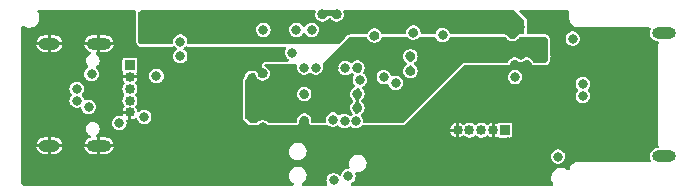
<source format=gbr>
%TF.GenerationSoftware,KiCad,Pcbnew,7.0.2-0*%
%TF.CreationDate,2023-12-30T15:56:12-08:00*%
%TF.ProjectId,uart-friend2-usb,75617274-2d66-4726-9965-6e64322d7573,rev?*%
%TF.SameCoordinates,PX7735940PY6e263e0*%
%TF.FileFunction,Copper,L3,Inr*%
%TF.FilePolarity,Positive*%
%FSLAX46Y46*%
G04 Gerber Fmt 4.6, Leading zero omitted, Abs format (unit mm)*
G04 Created by KiCad (PCBNEW 7.0.2-0) date 2023-12-30 15:56:12*
%MOMM*%
%LPD*%
G01*
G04 APERTURE LIST*
%TA.AperFunction,ComponentPad*%
%ADD10O,2.100000X1.000000*%
%TD*%
%TA.AperFunction,ComponentPad*%
%ADD11O,1.800000X1.000000*%
%TD*%
%TA.AperFunction,ComponentPad*%
%ADD12R,0.850000X0.850000*%
%TD*%
%TA.AperFunction,ComponentPad*%
%ADD13O,0.850000X0.850000*%
%TD*%
%TA.AperFunction,ComponentPad*%
%ADD14O,2.030000X1.000000*%
%TD*%
%TA.AperFunction,ViaPad*%
%ADD15C,0.812800*%
%TD*%
G04 APERTURE END LIST*
D10*
%TO.N,GND*%
%TO.C,J1*%
X6875000Y12320000D03*
D11*
X2675000Y12320000D03*
D10*
X6875000Y3680000D03*
D11*
X2675000Y3680000D03*
%TD*%
D12*
%TO.N,/VBUS0*%
%TO.C,P2*%
X41250000Y5000000D03*
D13*
%TO.N,GND*%
X40250000Y5000000D03*
%TO.N,/USB0_D_P*%
X39250000Y5000000D03*
%TO.N,/USB0_D_N*%
X38250000Y5000000D03*
%TO.N,GND*%
X37250000Y5000000D03*
%TD*%
D12*
%TO.N,/VBUS1*%
%TO.C,P3*%
X9500000Y10500000D03*
D13*
%TO.N,GND*%
X9500000Y9500000D03*
%TO.N,/USB1_D_P*%
X9500000Y8500000D03*
%TO.N,/USB1_D_N*%
X9500000Y7500000D03*
%TO.N,GND*%
X9500000Y6500000D03*
%TD*%
D14*
%TO.N,N/C*%
%TO.C,P4*%
X54750000Y13225000D03*
X54750000Y2775000D03*
%TD*%
D15*
%TO.N,GND*%
X8289775Y710700D03*
X4750000Y719523D03*
X750000Y710700D03*
%TO.N,+3V3*%
X26750000Y10250000D03*
X32300000Y6191698D03*
X43500000Y12500000D03*
X24200000Y7000000D03*
X19800000Y9400000D03*
X44500000Y12500000D03*
X30818415Y12125976D03*
X28000000Y1100000D03*
X44500000Y11250000D03*
%TO.N,GND*%
X11898606Y727274D03*
X30750000Y1750000D03*
X27000000Y14789300D03*
X43634605Y1194755D03*
X41500000Y4000000D03*
X30200000Y13000000D03*
X33500000Y13250000D03*
X33250000Y11250000D03*
X8750000Y4500000D03*
X24250000Y8050000D03*
X15250000Y10000000D03*
X28750000Y6900000D03*
X20727578Y5236856D03*
X7000000Y14250000D03*
X18227959Y5080100D03*
X20000000Y3750000D03*
X28750000Y10300000D03*
X11750000Y6500000D03*
X13500000Y4500000D03*
X42090100Y10539791D03*
X25500000Y750000D03*
X19500000Y710700D03*
X41500000Y6250000D03*
X32300000Y4400000D03*
X13750000Y10000000D03*
X22250000Y3250000D03*
X20733568Y9793145D03*
X28750000Y8050000D03*
X43100000Y10539791D03*
X47000000Y7250000D03*
X47500000Y3250000D03*
X24250000Y5800000D03*
X22500000Y750000D03*
X28400000Y3300000D03*
X8750000Y11500000D03*
X46500000Y13750000D03*
X15727959Y5080100D03*
X18500000Y10000000D03*
X12750000Y2750000D03*
X16500000Y710700D03*
X2250000Y14250000D03*
X25800000Y14789300D03*
X46250000Y9500000D03*
X47000000Y9500000D03*
X33250000Y10000000D03*
%TO.N,VDD*%
X27750000Y10250000D03*
X24900000Y13500000D03*
X26700000Y5891698D03*
%TO.N,VBUS*%
X10600000Y13800000D03*
X41875000Y13125000D03*
X12900000Y13800000D03*
X42500000Y13750000D03*
X42100000Y9500000D03*
%TO.N,/VBUS1*%
X11750000Y9600000D03*
X6250000Y9750000D03*
X8600000Y5600000D03*
X10700000Y6100000D03*
%TO.N,/VBUS0*%
X47000000Y12750000D03*
X35975988Y13035217D03*
%TO.N,/U1_EEPROM_SS_L*%
X20800000Y13500000D03*
X23250000Y11550000D03*
%TO.N,/U1_BOOT*%
X32000000Y9000000D03*
X23600000Y13500000D03*
%TO.N,/SWD_CLK*%
X27671646Y5767037D03*
%TO.N,/SWD*%
X28636147Y5747319D03*
%TO.N,/SWD_RST*%
X26750000Y750000D03*
%TO.N,Net-(U1-QSPI_SD2)*%
X13750000Y11250000D03*
X25250000Y10300000D03*
%TO.N,/U1_EEPROM_SD1*%
X24250000Y10300000D03*
X13750000Y12500000D03*
%TO.N,/P4_CC*%
X45750000Y2750000D03*
%TO.N,/ADC1*%
X28963133Y9260055D03*
%TO.N,/ADC2*%
X30997313Y9495899D03*
%TO.N,/USB1_D_N*%
X5000000Y7504700D03*
%TO.N,/USB1_D_P*%
X5997783Y6977498D03*
X5000000Y8495300D03*
%TO.N,/USB0_D_N*%
X47854649Y8880300D03*
%TO.N,/USB0_D_P*%
X47854649Y7889700D03*
%TD*%
%TA.AperFunction,Conductor*%
%TO.N,GND*%
G36*
X9960853Y15175015D02*
G01*
X10006608Y15122211D01*
X10016552Y15053053D01*
X10012791Y15035764D01*
X9999753Y14991365D01*
X9991300Y14932568D01*
X9991300Y13855937D01*
X9990396Y13840990D01*
X9985418Y13800001D01*
X9990396Y13759012D01*
X9991300Y13744065D01*
X9991300Y12544199D01*
X9991331Y12542607D01*
X9991580Y12533396D01*
X9991653Y12531772D01*
X9992248Y12520403D01*
X10007576Y12452001D01*
X10034511Y12386312D01*
X10064641Y12335116D01*
X10137365Y12244212D01*
X10199204Y12166913D01*
X10222432Y12142275D01*
X10224308Y12140584D01*
X10224315Y12140577D01*
X10252696Y12114992D01*
X10252698Y12114991D01*
X10252699Y12114990D01*
X10333641Y12069756D01*
X10401762Y12049754D01*
X10460559Y12041300D01*
X10460560Y12041300D01*
X13019291Y12041300D01*
X13023550Y12041300D01*
X13080144Y12049120D01*
X13145920Y12067651D01*
X13167904Y12075189D01*
X13167905Y12075190D01*
X13184440Y12080859D01*
X13184584Y12080439D01*
X13233101Y12096778D01*
X13300861Y12079740D01*
X13320189Y12065694D01*
X13354371Y12035412D01*
X13400879Y11994209D01*
X13418814Y11984796D01*
X13469026Y11936211D01*
X13485000Y11868192D01*
X13461664Y11802334D01*
X13418814Y11765204D01*
X13400876Y11755790D01*
X13289980Y11657545D01*
X13205815Y11535611D01*
X13153278Y11397080D01*
X13135418Y11250000D01*
X13153278Y11102921D01*
X13205815Y10964390D01*
X13289980Y10842456D01*
X13400875Y10744212D01*
X13400876Y10744212D01*
X13400878Y10744210D01*
X13532067Y10675357D01*
X13675920Y10639900D01*
X13675921Y10639900D01*
X13824079Y10639900D01*
X13824080Y10639900D01*
X13967933Y10675357D01*
X14099122Y10744210D01*
X14192487Y10826924D01*
X14210019Y10842456D01*
X14223911Y10862581D01*
X14294184Y10964390D01*
X14346722Y11102921D01*
X14364581Y11250000D01*
X14346722Y11397079D01*
X14300812Y11518134D01*
X14294184Y11535611D01*
X14210019Y11657545D01*
X14099121Y11755792D01*
X14081184Y11765206D01*
X14030972Y11813791D01*
X14014999Y11881811D01*
X14038335Y11947668D01*
X14081188Y11984798D01*
X14099122Y11994210D01*
X14182398Y12067987D01*
X14245628Y12097706D01*
X14314891Y12088524D01*
X14325140Y12083400D01*
X14349532Y12069756D01*
X14349534Y12069756D01*
X14349535Y12069755D01*
X14356701Y12067651D01*
X14417653Y12049754D01*
X14476450Y12041300D01*
X22611531Y12041300D01*
X22678570Y12021615D01*
X22724325Y11968811D01*
X22734269Y11899653D01*
X22713581Y11846861D01*
X22705816Y11835613D01*
X22653278Y11697080D01*
X22635418Y11550000D01*
X22653278Y11402921D01*
X22705815Y11264390D01*
X22789980Y11142456D01*
X22900877Y11044210D01*
X22904141Y11042497D01*
X22954355Y10993913D01*
X22970330Y10925894D01*
X22946996Y10860036D01*
X22891760Y10817249D01*
X22846517Y10808700D01*
X21020259Y10808700D01*
X21017397Y10808433D01*
X21017375Y10808431D01*
X20984387Y10805342D01*
X20984368Y10805340D01*
X20981513Y10805072D01*
X20978688Y10804539D01*
X20978672Y10804536D01*
X20935540Y10796386D01*
X20930721Y10795416D01*
X20846475Y10756302D01*
X20791869Y10714001D01*
X20791832Y10713971D01*
X20790352Y10712824D01*
X20788943Y10711588D01*
X20788917Y10711566D01*
X20771167Y10695988D01*
X20769445Y10693271D01*
X20724773Y10622789D01*
X20721442Y10617534D01*
X20698365Y10552405D01*
X20698356Y10552380D01*
X20697732Y10550616D01*
X20697217Y10548822D01*
X20697205Y10548783D01*
X20690694Y10526080D01*
X20691277Y10433196D01*
X20700240Y10395036D01*
X20707510Y10364082D01*
X20708050Y10362282D01*
X20708060Y10362248D01*
X20714856Y10339632D01*
X20765560Y10261814D01*
X20816580Y10212449D01*
X20848789Y10189157D01*
X20864716Y10177639D01*
X20871968Y10173833D01*
X20949931Y10132914D01*
X20974530Y10115935D01*
X20980276Y10110845D01*
X21024958Y10071261D01*
X21044779Y10048886D01*
X21083046Y9993446D01*
X21096938Y9966978D01*
X21120826Y9903990D01*
X21127980Y9874968D01*
X21132787Y9835383D01*
X21135889Y9809836D01*
X21136101Y9808095D01*
X21136101Y9778197D01*
X21127980Y9711324D01*
X21120826Y9682302D01*
X21096937Y9619312D01*
X21083046Y9592844D01*
X21044781Y9537406D01*
X21024956Y9515029D01*
X20974532Y9470358D01*
X20949932Y9453378D01*
X20890284Y9422072D01*
X20862335Y9411472D01*
X20796926Y9395349D01*
X20767249Y9391745D01*
X20699889Y9391745D01*
X20670214Y9395348D01*
X20604801Y9411471D01*
X20576849Y9422072D01*
X20517200Y9453379D01*
X20492601Y9470359D01*
X20442180Y9515027D01*
X20422356Y9537403D01*
X20384086Y9592847D01*
X20370194Y9619317D01*
X20369204Y9621928D01*
X20346306Y9682306D01*
X20339153Y9711329D01*
X20337872Y9721882D01*
X20334462Y9749967D01*
X20322875Y9797611D01*
X20302366Y9852712D01*
X20301531Y9854780D01*
X20296623Y9866613D01*
X20288015Y9877866D01*
X20240168Y9940417D01*
X20185567Y9985795D01*
X20184041Y9986913D01*
X20184019Y9986930D01*
X20164974Y10000880D01*
X20164972Y10000881D01*
X20077616Y10032433D01*
X20077615Y10032434D01*
X20077613Y10032434D01*
X20019414Y10039582D01*
X20007148Y10041088D01*
X20005254Y10041204D01*
X20005251Y10041204D01*
X19981662Y10042646D01*
X19877498Y10018848D01*
X19877448Y10019065D01*
X19838190Y10010100D01*
X19725920Y10010100D01*
X19702888Y10004423D01*
X19582068Y9974644D01*
X19450875Y9905789D01*
X19339980Y9807545D01*
X19255815Y9685611D01*
X19203278Y9547081D01*
X19194127Y9471725D01*
X19166504Y9407548D01*
X19154174Y9394678D01*
X19153202Y9393800D01*
X19153175Y9393775D01*
X19151655Y9392401D01*
X19150217Y9390919D01*
X19150213Y9390914D01*
X19133850Y9374038D01*
X19133834Y9374021D01*
X19132421Y9372563D01*
X19131107Y9371016D01*
X19131100Y9371007D01*
X19110878Y9347178D01*
X19069756Y9270938D01*
X19049753Y9202816D01*
X19041299Y9144020D01*
X19041300Y9144019D01*
X19041300Y8050001D01*
X19041300Y6060559D01*
X19044047Y6026810D01*
X19044448Y6024358D01*
X19044452Y6024332D01*
X19050636Y5986596D01*
X19050637Y5986594D01*
X19085584Y5900707D01*
X19126282Y5842534D01*
X19166914Y5799203D01*
X19469265Y5557322D01*
X19585112Y5464644D01*
X19586387Y5463663D01*
X19593716Y5458119D01*
X19595008Y5457178D01*
X19604280Y5450523D01*
X19604307Y5450510D01*
X19667280Y5419756D01*
X19735401Y5399754D01*
X19794198Y5391300D01*
X19794199Y5391300D01*
X20167720Y5391300D01*
X20170782Y5391300D01*
X20211782Y5395367D01*
X20260325Y5405093D01*
X20267376Y5406633D01*
X20350737Y5447594D01*
X20366712Y5460544D01*
X20385267Y5472990D01*
X20394502Y5478041D01*
X20486617Y5559650D01*
X20511211Y5576626D01*
X20570861Y5607933D01*
X20598809Y5618532D01*
X20640067Y5628700D01*
X20664221Y5634653D01*
X20693895Y5638256D01*
X20761261Y5638256D01*
X20790935Y5634653D01*
X20856338Y5618533D01*
X20884289Y5607933D01*
X20943942Y5576625D01*
X20968543Y5559644D01*
X21060655Y5478040D01*
X21063514Y5476031D01*
X21066242Y5473875D01*
X21061670Y5477283D01*
X21074597Y5466778D01*
X21076395Y5465097D01*
X21076438Y5465073D01*
X21083950Y5460871D01*
X21094707Y5454109D01*
X21098953Y5451124D01*
X21098955Y5451124D01*
X21103116Y5448199D01*
X21116586Y5442616D01*
X21154817Y5421232D01*
X21157456Y5419756D01*
X21225577Y5399754D01*
X21284374Y5391300D01*
X21284375Y5391300D01*
X23513220Y5391300D01*
X23517479Y5391300D01*
X23574074Y5399120D01*
X23639849Y5417651D01*
X23661830Y5425188D01*
X23737937Y5478428D01*
X23785598Y5531049D01*
X23801548Y5550985D01*
X23836789Y5636921D01*
X23848434Y5706956D01*
X23849738Y5766342D01*
X23847466Y5785055D01*
X23847465Y5814944D01*
X23855585Y5881825D01*
X23862739Y5910845D01*
X23878697Y5952921D01*
X23886628Y5973836D01*
X23900519Y6000301D01*
X23918817Y6026810D01*
X23938789Y6055745D01*
X23958602Y6078112D01*
X24009039Y6122795D01*
X24033633Y6139770D01*
X24093283Y6171077D01*
X24121231Y6181676D01*
X24154706Y6189926D01*
X24186643Y6197797D01*
X24216317Y6201400D01*
X24283683Y6201400D01*
X24313357Y6197797D01*
X24327789Y6194240D01*
X24378765Y6181676D01*
X24406709Y6171079D01*
X24466366Y6139769D01*
X24490959Y6122794D01*
X24541393Y6078114D01*
X24561209Y6055744D01*
X24599478Y6000301D01*
X24613370Y5973833D01*
X24637258Y5910845D01*
X24644412Y5881822D01*
X24652533Y5814944D01*
X24652533Y5785057D01*
X24650262Y5766342D01*
X24650332Y5762090D01*
X24650332Y5762088D01*
X24651132Y5713476D01*
X24651133Y5713464D01*
X24651203Y5709220D01*
X24651853Y5705023D01*
X24651854Y5705018D01*
X24661405Y5643399D01*
X24661670Y5641691D01*
X24664432Y5628700D01*
X24666504Y5618954D01*
X24710181Y5536989D01*
X24755428Y5484771D01*
X24755444Y5484754D01*
X24756675Y5483333D01*
X24774542Y5465097D01*
X24855603Y5419756D01*
X24923724Y5399754D01*
X24982521Y5391300D01*
X24982522Y5391300D01*
X25974355Y5391300D01*
X25978614Y5391300D01*
X26035208Y5399120D01*
X26100984Y5417651D01*
X26122970Y5425190D01*
X26145421Y5440897D01*
X26211636Y5463196D01*
X26279397Y5446158D01*
X26298728Y5432109D01*
X26350878Y5385908D01*
X26482067Y5317055D01*
X26625920Y5281598D01*
X26625921Y5281598D01*
X26774079Y5281598D01*
X26774080Y5281598D01*
X26917933Y5317055D01*
X27049122Y5385908D01*
X27049126Y5385912D01*
X27057754Y5390440D01*
X27126263Y5404166D01*
X27191316Y5378674D01*
X27200193Y5369296D01*
X27200356Y5369478D01*
X27322521Y5261249D01*
X27322522Y5261249D01*
X27322524Y5261247D01*
X27453713Y5192394D01*
X27597566Y5156937D01*
X27597567Y5156937D01*
X27745725Y5156937D01*
X27745726Y5156937D01*
X27889579Y5192394D01*
X28020768Y5261247D01*
X28060542Y5296485D01*
X28123770Y5326204D01*
X28193034Y5317022D01*
X28224994Y5296483D01*
X28287022Y5241531D01*
X28287023Y5241531D01*
X28287025Y5241529D01*
X28418214Y5172676D01*
X28562067Y5137219D01*
X28562068Y5137219D01*
X28710226Y5137219D01*
X28710227Y5137219D01*
X28854080Y5172676D01*
X28985269Y5241529D01*
X29096167Y5339776D01*
X29116741Y5369584D01*
X29171019Y5413571D01*
X29240467Y5421232D01*
X29253701Y5418125D01*
X29316267Y5399754D01*
X29375064Y5391300D01*
X29375065Y5391300D01*
X32546161Y5391300D01*
X32547810Y5391300D01*
X32570115Y5392495D01*
X32596898Y5395374D01*
X32674615Y5419709D01*
X32736927Y5453735D01*
X32784478Y5489332D01*
X35184845Y7889700D01*
X47240067Y7889700D01*
X47257927Y7742621D01*
X47310464Y7604090D01*
X47394629Y7482156D01*
X47505524Y7383912D01*
X47505525Y7383912D01*
X47505527Y7383910D01*
X47636716Y7315057D01*
X47780569Y7279600D01*
X47780570Y7279600D01*
X47928728Y7279600D01*
X47928729Y7279600D01*
X48072582Y7315057D01*
X48203771Y7383910D01*
X48314669Y7482157D01*
X48398833Y7604090D01*
X48451371Y7742621D01*
X48469230Y7889700D01*
X48451371Y8036779D01*
X48415326Y8131821D01*
X48398833Y8175311D01*
X48306116Y8309634D01*
X48308431Y8311233D01*
X48283253Y8351367D01*
X48284017Y8421232D01*
X48308229Y8458908D01*
X48306116Y8460366D01*
X48398833Y8594690D01*
X48399775Y8597173D01*
X48451371Y8733221D01*
X48469230Y8880300D01*
X48451371Y9027379D01*
X48412945Y9128700D01*
X48398833Y9165911D01*
X48314668Y9287845D01*
X48203773Y9386089D01*
X48072580Y9454944D01*
X47975782Y9478803D01*
X47928729Y9490400D01*
X47780569Y9490400D01*
X47745113Y9481661D01*
X47636717Y9454944D01*
X47505524Y9386089D01*
X47394629Y9287845D01*
X47310464Y9165911D01*
X47257927Y9027380D01*
X47240067Y8880301D01*
X47257927Y8733221D01*
X47310464Y8594690D01*
X47403182Y8460366D01*
X47400866Y8458768D01*
X47426043Y8418636D01*
X47425281Y8348770D01*
X47401071Y8311091D01*
X47403182Y8309634D01*
X47310464Y8175311D01*
X47257927Y8036780D01*
X47240067Y7889700D01*
X35184845Y7889700D01*
X36795144Y9500000D01*
X41485418Y9500000D01*
X41503278Y9352921D01*
X41555815Y9214390D01*
X41639980Y9092456D01*
X41750875Y8994212D01*
X41750876Y8994212D01*
X41750878Y8994210D01*
X41882067Y8925357D01*
X42025920Y8889900D01*
X42025921Y8889900D01*
X42174079Y8889900D01*
X42174080Y8889900D01*
X42317933Y8925357D01*
X42449122Y8994210D01*
X42560020Y9092457D01*
X42644184Y9214390D01*
X42696722Y9352921D01*
X42714581Y9500000D01*
X42696722Y9647079D01*
X42656359Y9753507D01*
X42644184Y9785611D01*
X42560019Y9907545D01*
X42449124Y10005789D01*
X42355482Y10054936D01*
X42317933Y10074643D01*
X42317932Y10074644D01*
X42317931Y10074644D01*
X42191566Y10105790D01*
X42174080Y10110100D01*
X42025920Y10110100D01*
X42008434Y10105790D01*
X41882068Y10074644D01*
X41750875Y10005789D01*
X41639980Y9907545D01*
X41555815Y9785611D01*
X41503278Y9647080D01*
X41485418Y9500000D01*
X36795144Y9500000D01*
X37750125Y10454982D01*
X37811448Y10488466D01*
X37837806Y10491300D01*
X41411386Y10491300D01*
X41418274Y10491414D01*
X41418280Y10491415D01*
X41418509Y10491418D01*
X41426562Y10491686D01*
X41434408Y10493214D01*
X41491539Y10504334D01*
X41558195Y10528778D01*
X41581585Y10539019D01*
X41652725Y10598735D01*
X41695583Y10655337D01*
X41724337Y10707317D01*
X41726725Y10713617D01*
X41740617Y10740091D01*
X41778892Y10795541D01*
X41798702Y10817903D01*
X41849139Y10862586D01*
X41873733Y10879561D01*
X41933383Y10910868D01*
X41961331Y10921467D01*
X41994806Y10929717D01*
X42026743Y10937588D01*
X42056417Y10941191D01*
X42123783Y10941191D01*
X42153457Y10937588D01*
X42175171Y10932237D01*
X42218865Y10921467D01*
X42246809Y10910870D01*
X42306464Y10879561D01*
X42331064Y10862580D01*
X42371312Y10826924D01*
X42373105Y10825336D01*
X42398663Y10805983D01*
X42413596Y10796386D01*
X42431132Y10785115D01*
X42486673Y10764746D01*
X42516536Y10753794D01*
X42586917Y10744462D01*
X42612382Y10742660D01*
X42703124Y10762474D01*
X42767377Y10792674D01*
X42816899Y10825273D01*
X42816998Y10825338D01*
X42859034Y10862579D01*
X42883636Y10879561D01*
X42943282Y10910866D01*
X42971231Y10921467D01*
X43004706Y10929717D01*
X43036643Y10937588D01*
X43066317Y10941191D01*
X43133683Y10941191D01*
X43163357Y10937588D01*
X43185071Y10932237D01*
X43228765Y10921467D01*
X43256709Y10910870D01*
X43316366Y10879560D01*
X43340959Y10862585D01*
X43391393Y10817905D01*
X43411206Y10795540D01*
X43447706Y10742660D01*
X43449481Y10740089D01*
X43463369Y10713630D01*
X43465763Y10707317D01*
X43468392Y10700713D01*
X43471494Y10693286D01*
X43471502Y10693273D01*
X43471503Y10693271D01*
X43504652Y10639770D01*
X43506377Y10636986D01*
X43551621Y10584771D01*
X43551637Y10584754D01*
X43552868Y10583333D01*
X43570735Y10565097D01*
X43651796Y10519756D01*
X43719917Y10499754D01*
X43778714Y10491300D01*
X43778715Y10491300D01*
X44646164Y10491300D01*
X44647810Y10491300D01*
X44670122Y10492496D01*
X44696906Y10495376D01*
X44696908Y10495377D01*
X44696910Y10495377D01*
X44774612Y10519708D01*
X44774612Y10519709D01*
X44774615Y10519709D01*
X44836924Y10553733D01*
X44884476Y10589330D01*
X45010669Y10715522D01*
X45025598Y10732143D01*
X45042500Y10753117D01*
X45080244Y10825273D01*
X45100246Y10893394D01*
X45108700Y10952191D01*
X45108700Y11194065D01*
X45109604Y11209012D01*
X45114581Y11250001D01*
X45109604Y11290990D01*
X45108700Y11305937D01*
X45108700Y12444065D01*
X45109604Y12459012D01*
X45114581Y12500001D01*
X45109604Y12540990D01*
X45108700Y12555937D01*
X45108700Y12646162D01*
X45108700Y12647810D01*
X45107505Y12670115D01*
X45104626Y12696898D01*
X45087998Y12750001D01*
X46385418Y12750001D01*
X46403278Y12602921D01*
X46455815Y12464390D01*
X46539980Y12342456D01*
X46650875Y12244212D01*
X46650876Y12244212D01*
X46650878Y12244210D01*
X46782067Y12175357D01*
X46925920Y12139900D01*
X46925921Y12139900D01*
X47074079Y12139900D01*
X47074080Y12139900D01*
X47217933Y12175357D01*
X47349122Y12244210D01*
X47460020Y12342457D01*
X47544184Y12464390D01*
X47596722Y12602921D01*
X47614581Y12750000D01*
X47596722Y12897079D01*
X47558355Y12998245D01*
X47544184Y13035611D01*
X47460019Y13157545D01*
X47349124Y13255789D01*
X47221467Y13322788D01*
X47217933Y13324643D01*
X47217932Y13324644D01*
X47217931Y13324644D01*
X47121133Y13348503D01*
X47074080Y13360100D01*
X46925920Y13360100D01*
X46890464Y13351361D01*
X46782068Y13324644D01*
X46650875Y13255789D01*
X46539980Y13157545D01*
X46455815Y13035611D01*
X46403278Y12897080D01*
X46385418Y12750001D01*
X45087998Y12750001D01*
X45080291Y12774615D01*
X45080290Y12774616D01*
X45080290Y12774618D01*
X45054242Y12822318D01*
X45046265Y12836927D01*
X45010668Y12884478D01*
X44884478Y13010668D01*
X44883246Y13011774D01*
X44883232Y13011788D01*
X44869096Y13024486D01*
X44869083Y13024497D01*
X44867863Y13025593D01*
X44866584Y13026624D01*
X44866572Y13026634D01*
X44854783Y13036134D01*
X44846889Y13042496D01*
X44774728Y13080244D01*
X44749332Y13087701D01*
X44706608Y13100246D01*
X44658555Y13107155D01*
X44647810Y13108700D01*
X44647809Y13108700D01*
X44594816Y13108700D01*
X44583285Y13110100D01*
X44574080Y13110100D01*
X44425920Y13110100D01*
X44416715Y13110100D01*
X44405184Y13108700D01*
X43594816Y13108700D01*
X43583285Y13110100D01*
X43574080Y13110100D01*
X43425920Y13110100D01*
X43416715Y13110100D01*
X43405184Y13108700D01*
X43232700Y13108700D01*
X43165661Y13128385D01*
X43119906Y13181189D01*
X43108700Y13232700D01*
X43108700Y13694065D01*
X43109604Y13709012D01*
X43114581Y13750001D01*
X43109604Y13790990D01*
X43108700Y13805937D01*
X43108700Y14246162D01*
X43108700Y14247810D01*
X43107505Y14270115D01*
X43104626Y14296898D01*
X43080291Y14374615D01*
X43080290Y14374616D01*
X43080290Y14374618D01*
X43052509Y14425492D01*
X43046265Y14436927D01*
X43010668Y14484478D01*
X43010667Y14484479D01*
X43010665Y14484482D01*
X42512127Y14983019D01*
X42478642Y15044342D01*
X42483626Y15114033D01*
X42525497Y15169967D01*
X42590962Y15194384D01*
X42599808Y15194700D01*
X46451645Y15194700D01*
X46487788Y15194700D01*
X46511979Y15192317D01*
X46550317Y15184691D01*
X46595017Y15166176D01*
X46617165Y15151377D01*
X46651376Y15117166D01*
X46666175Y15095018D01*
X46684690Y15050321D01*
X46692317Y15011982D01*
X46694700Y14987788D01*
X46694700Y14420683D01*
X46725645Y14265106D01*
X46746960Y14213648D01*
X46786352Y14118547D01*
X46874482Y13986651D01*
X46986651Y13874482D01*
X47118547Y13786352D01*
X47217258Y13745465D01*
X47265105Y13725646D01*
X47420683Y13694700D01*
X47420685Y13694700D01*
X47442930Y13694700D01*
X53481666Y13694700D01*
X53548705Y13675015D01*
X53594460Y13622211D01*
X53604404Y13553053D01*
X53591465Y13513081D01*
X53572197Y13476368D01*
X53531300Y13310445D01*
X53531300Y13139555D01*
X53572197Y12973632D01*
X53651613Y12822317D01*
X53764934Y12694405D01*
X53905573Y12597329D01*
X54065357Y12536730D01*
X54174904Y12523429D01*
X54239080Y12495809D01*
X54278137Y12437875D01*
X54279672Y12368022D01*
X54274517Y12352882D01*
X54225646Y12234897D01*
X54194700Y12079318D01*
X54194700Y3920683D01*
X54225645Y3765106D01*
X54274517Y3647120D01*
X54281986Y3577650D01*
X54250711Y3515171D01*
X54190622Y3479519D01*
X54174902Y3476571D01*
X54065357Y3463270D01*
X53905573Y3402672D01*
X53764934Y3305596D01*
X53651613Y3177683D01*
X53572197Y3026368D01*
X53531300Y2860445D01*
X53531300Y2689555D01*
X53572197Y2523632D01*
X53591463Y2486923D01*
X53605188Y2418417D01*
X53579695Y2353364D01*
X53523080Y2312420D01*
X53481666Y2305300D01*
X47420683Y2305300D01*
X47265105Y2274355D01*
X47118546Y2213648D01*
X46986650Y2125518D01*
X46874482Y2013350D01*
X46786352Y1881454D01*
X46725646Y1734896D01*
X46721447Y1713785D01*
X46689061Y1651875D01*
X46628345Y1617301D01*
X46558576Y1621042D01*
X46524788Y1639263D01*
X46428617Y1712370D01*
X46265461Y1787854D01*
X46089887Y1826500D01*
X45955184Y1826500D01*
X45951847Y1826138D01*
X45951845Y1826137D01*
X45821279Y1811938D01*
X45650915Y1754536D01*
X45496873Y1661852D01*
X45366358Y1538221D01*
X45265469Y1389422D01*
X45198929Y1222415D01*
X45169845Y1045012D01*
X45179577Y865500D01*
X45193768Y814390D01*
X45227673Y692277D01*
X45247186Y655472D01*
X45311881Y533443D01*
X45332154Y509576D01*
X45360552Y445738D01*
X45349928Y376680D01*
X45303655Y324330D01*
X45237646Y305300D01*
X28301738Y305300D01*
X28234699Y324985D01*
X28188944Y377789D01*
X28179000Y446947D01*
X28208025Y510503D01*
X28244112Y539097D01*
X28349122Y594210D01*
X28460020Y692457D01*
X28544184Y814390D01*
X28596722Y952921D01*
X28614581Y1100000D01*
X28596722Y1247079D01*
X28587080Y1272501D01*
X28581714Y1342161D01*
X28614861Y1403668D01*
X28675999Y1437489D01*
X28703023Y1440470D01*
X28829769Y1440470D01*
X28833367Y1440470D01*
X28836950Y1440889D01*
X28836953Y1440889D01*
X28886959Y1446735D01*
X28962869Y1455607D01*
X29126419Y1515134D01*
X29271833Y1610774D01*
X29391271Y1737371D01*
X29478294Y1888099D01*
X29528211Y2054833D01*
X29538331Y2228585D01*
X29508108Y2399987D01*
X29439172Y2559799D01*
X29335239Y2699406D01*
X29335238Y2699407D01*
X29274943Y2750001D01*
X45135418Y2750001D01*
X45153278Y2602921D01*
X45205815Y2464390D01*
X45289980Y2342456D01*
X45400875Y2244212D01*
X45400876Y2244212D01*
X45400878Y2244210D01*
X45532067Y2175357D01*
X45675920Y2139900D01*
X45675921Y2139900D01*
X45824079Y2139900D01*
X45824080Y2139900D01*
X45967933Y2175357D01*
X46099122Y2244210D01*
X46210020Y2342457D01*
X46294184Y2464390D01*
X46346722Y2602921D01*
X46364581Y2750000D01*
X46346722Y2897079D01*
X46297689Y3026368D01*
X46294184Y3035611D01*
X46210019Y3157545D01*
X46099124Y3255789D01*
X45967931Y3324644D01*
X45871133Y3348503D01*
X45824080Y3360100D01*
X45675920Y3360100D01*
X45640463Y3351361D01*
X45532068Y3324644D01*
X45400875Y3255789D01*
X45289980Y3157545D01*
X45205815Y3035611D01*
X45153278Y2897080D01*
X45135418Y2750001D01*
X29274943Y2750001D01*
X29201910Y2811283D01*
X29046381Y2889392D01*
X29046379Y2889393D01*
X29046378Y2889393D01*
X28877023Y2929530D01*
X28746633Y2929530D01*
X28743067Y2929114D01*
X28743046Y2929112D01*
X28617132Y2914394D01*
X28453579Y2854866D01*
X28308167Y2759227D01*
X28188729Y2632630D01*
X28101706Y2481902D01*
X28076747Y2398535D01*
X28063225Y2353364D01*
X28051789Y2315166D01*
X28041668Y2141416D01*
X28045701Y2118547D01*
X28071892Y1970013D01*
X28109334Y1883212D01*
X28117812Y1813861D01*
X28087449Y1750933D01*
X28027885Y1714411D01*
X27995475Y1710100D01*
X27925920Y1710100D01*
X27890463Y1701361D01*
X27782068Y1674644D01*
X27650875Y1605789D01*
X27539980Y1507545D01*
X27455815Y1385611D01*
X27403276Y1247076D01*
X27403169Y1246189D01*
X27401248Y1241728D01*
X27397939Y1233001D01*
X27397554Y1233147D01*
X27375544Y1182012D01*
X27317607Y1142959D01*
X27247755Y1141428D01*
X27197849Y1168326D01*
X27099122Y1255790D01*
X26967933Y1324643D01*
X26967932Y1324644D01*
X26967931Y1324644D01*
X26871133Y1348503D01*
X26824080Y1360100D01*
X26675920Y1360100D01*
X26640463Y1351361D01*
X26532068Y1324644D01*
X26400875Y1255789D01*
X26289980Y1157545D01*
X26205815Y1035611D01*
X26153278Y897080D01*
X26135418Y750000D01*
X26153278Y602921D01*
X26202448Y473271D01*
X26207815Y403608D01*
X26174668Y342102D01*
X26113529Y308280D01*
X26086506Y305300D01*
X24163586Y305300D01*
X24096547Y324985D01*
X24050792Y377789D01*
X24040848Y446947D01*
X24069873Y510503D01*
X24095447Y532900D01*
X24188663Y594210D01*
X24191011Y595754D01*
X24310245Y722134D01*
X24397119Y872606D01*
X24446951Y1039056D01*
X24457054Y1212511D01*
X24455307Y1222416D01*
X24426883Y1383620D01*
X24426025Y1385610D01*
X24358064Y1543160D01*
X24254308Y1682528D01*
X24191899Y1734896D01*
X24121207Y1794214D01*
X23965944Y1872190D01*
X23965942Y1872191D01*
X23965941Y1872191D01*
X23796875Y1912260D01*
X23666709Y1912260D01*
X23663143Y1911844D01*
X23663139Y1911843D01*
X23537425Y1897149D01*
X23374152Y1837722D01*
X23228992Y1742249D01*
X23109754Y1615866D01*
X23047215Y1507543D01*
X23022881Y1465394D01*
X22985988Y1342161D01*
X22973049Y1298943D01*
X22962945Y1125489D01*
X22993116Y954381D01*
X23061936Y794840D01*
X23165692Y655472D01*
X23298792Y543787D01*
X23306113Y540110D01*
X23357187Y492432D01*
X23374377Y424710D01*
X23352225Y358445D01*
X23297763Y314676D01*
X23250462Y305300D01*
X512212Y305300D01*
X488022Y307683D01*
X457028Y313848D01*
X449679Y315310D01*
X404982Y333825D01*
X382834Y348624D01*
X348623Y382835D01*
X333824Y404983D01*
X315309Y449683D01*
X307683Y488022D01*
X305300Y512213D01*
X305300Y3807001D01*
X1582056Y3807001D01*
X1582057Y3807000D01*
X1999227Y3807000D01*
X1971105Y3708160D01*
X1981454Y3596479D01*
X2003104Y3553000D01*
X1582057Y3553000D01*
X1612667Y3428809D01*
X1692025Y3277606D01*
X1805268Y3149780D01*
X1945805Y3052775D01*
X2105476Y2992220D01*
X2228742Y2977252D01*
X2236212Y2976800D01*
X2548000Y2976800D01*
X2548000Y3380000D01*
X2802000Y3380000D01*
X2802000Y2976800D01*
X3113788Y2976800D01*
X3121257Y2977252D01*
X3244523Y2992220D01*
X3404194Y3052775D01*
X3544731Y3149780D01*
X3657974Y3277606D01*
X3737332Y3428809D01*
X3767943Y3553000D01*
X3350773Y3553000D01*
X3378895Y3651840D01*
X3368546Y3763521D01*
X3346896Y3807000D01*
X3767943Y3807000D01*
X3767943Y3807001D01*
X5632056Y3807001D01*
X5632057Y3807000D01*
X6049227Y3807000D01*
X6021105Y3708160D01*
X6031454Y3596479D01*
X6053104Y3553000D01*
X5632057Y3553000D01*
X5662667Y3428809D01*
X5742025Y3277606D01*
X5855268Y3149780D01*
X5995805Y3052775D01*
X6155476Y2992220D01*
X6278742Y2977252D01*
X6286212Y2976800D01*
X6748000Y2976800D01*
X6748000Y3380000D01*
X7002000Y3380000D01*
X7002000Y2976800D01*
X7463788Y2976800D01*
X7471257Y2977252D01*
X7594523Y2992220D01*
X7754194Y3052775D01*
X7894731Y3149780D01*
X7901561Y3157489D01*
X22962945Y3157489D01*
X22993116Y2986381D01*
X23061936Y2826840D01*
X23165692Y2687472D01*
X23298792Y2575787D01*
X23402641Y2523632D01*
X23454059Y2497809D01*
X23623125Y2457740D01*
X23623127Y2457740D01*
X23749693Y2457740D01*
X23753291Y2457740D01*
X23882574Y2472851D01*
X24045845Y2532277D01*
X24191011Y2627754D01*
X24310245Y2754134D01*
X24397119Y2904606D01*
X24446951Y3071056D01*
X24457054Y3244511D01*
X24455065Y3255789D01*
X24426883Y3415620D01*
X24421194Y3428809D01*
X24358064Y3575160D01*
X24254308Y3714528D01*
X24195921Y3763521D01*
X24121207Y3826214D01*
X23965944Y3904190D01*
X23965942Y3904191D01*
X23965941Y3904191D01*
X23796875Y3944260D01*
X23666709Y3944260D01*
X23663143Y3943844D01*
X23663139Y3943843D01*
X23537425Y3929149D01*
X23374152Y3869722D01*
X23228992Y3774249D01*
X23228989Y3774247D01*
X23228989Y3774246D01*
X23211698Y3755920D01*
X23109754Y3647866D01*
X23022881Y3497394D01*
X22987736Y3380000D01*
X22973049Y3330943D01*
X22962945Y3157489D01*
X7901561Y3157489D01*
X8007974Y3277606D01*
X8087332Y3428809D01*
X8117943Y3553000D01*
X7700773Y3553000D01*
X7728895Y3651840D01*
X7718546Y3763521D01*
X7696896Y3807000D01*
X8117943Y3807000D01*
X8117943Y3807001D01*
X8087332Y3931192D01*
X8007974Y4082395D01*
X7894731Y4210221D01*
X7754194Y4307226D01*
X7594523Y4367781D01*
X7471257Y4382749D01*
X7463788Y4383200D01*
X7002000Y4383200D01*
X7002000Y3980000D01*
X6748000Y3980000D01*
X6748000Y4383200D01*
X6718470Y4383200D01*
X6651431Y4402885D01*
X6605676Y4455689D01*
X6595732Y4524847D01*
X6624757Y4588403D01*
X6642983Y4605576D01*
X6645231Y4607302D01*
X6645233Y4607302D01*
X6765451Y4699549D01*
X6857698Y4819767D01*
X6879748Y4873000D01*
X36632606Y4873000D01*
X36635574Y4848557D01*
X36689670Y4705918D01*
X36776332Y4580366D01*
X36890519Y4479205D01*
X37025601Y4408309D01*
X37123000Y4384304D01*
X37123000Y4784187D01*
X37152455Y4764505D01*
X37225376Y4750000D01*
X37274624Y4750000D01*
X37347545Y4764505D01*
X37377000Y4784187D01*
X37377000Y4384305D01*
X37474398Y4408309D01*
X37609480Y4479205D01*
X37667394Y4530513D01*
X37730626Y4560235D01*
X37799890Y4551053D01*
X37831849Y4530514D01*
X37838246Y4524847D01*
X37890234Y4478790D01*
X37899717Y4473813D01*
X38025420Y4407837D01*
X38173662Y4371300D01*
X38326338Y4371300D01*
X38474579Y4407837D01*
X38565751Y4455689D01*
X38609766Y4478790D01*
X38667773Y4530181D01*
X38731004Y4559901D01*
X38800268Y4550718D01*
X38832225Y4530180D01*
X38885576Y4482917D01*
X38890234Y4478790D01*
X38899717Y4473813D01*
X39025420Y4407837D01*
X39173662Y4371300D01*
X39326338Y4371300D01*
X39474579Y4407837D01*
X39565751Y4455689D01*
X39609766Y4478790D01*
X39668152Y4530516D01*
X39731382Y4560235D01*
X39800646Y4551053D01*
X39832605Y4530514D01*
X39890522Y4479204D01*
X40025601Y4408309D01*
X40123000Y4384304D01*
X40123000Y4784187D01*
X40152455Y4764505D01*
X40225376Y4750000D01*
X40274624Y4750000D01*
X40347545Y4764505D01*
X40377000Y4784187D01*
X40377000Y4384305D01*
X40474399Y4408310D01*
X40539884Y4442678D01*
X40608393Y4456404D01*
X40666400Y4435985D01*
X40678139Y4428142D01*
X40678140Y4428140D01*
X40745520Y4383119D01*
X40775228Y4377210D01*
X40804935Y4371300D01*
X40804936Y4371300D01*
X41695065Y4371300D01*
X41714869Y4375240D01*
X41754480Y4383119D01*
X41821860Y4428140D01*
X41866881Y4495520D01*
X41878700Y4554936D01*
X41878700Y5445064D01*
X41878482Y5446158D01*
X41872063Y5478431D01*
X41866881Y5504480D01*
X41821860Y5571860D01*
X41754480Y5616881D01*
X41754479Y5616882D01*
X41754478Y5616882D01*
X41695065Y5628700D01*
X41695064Y5628700D01*
X40804936Y5628700D01*
X40804935Y5628700D01*
X40745519Y5616881D01*
X40666399Y5564016D01*
X40599721Y5543139D01*
X40539885Y5557322D01*
X40474399Y5591692D01*
X40377000Y5615699D01*
X40377000Y5215814D01*
X40347545Y5235495D01*
X40274624Y5250000D01*
X40225376Y5250000D01*
X40152455Y5235495D01*
X40123000Y5215814D01*
X40123000Y5615698D01*
X40122999Y5615699D01*
X40025602Y5591692D01*
X39890520Y5520796D01*
X39832604Y5469486D01*
X39769371Y5439765D01*
X39700107Y5448949D01*
X39668150Y5469487D01*
X39609766Y5521210D01*
X39474579Y5592164D01*
X39326338Y5628700D01*
X39173662Y5628700D01*
X39025420Y5592164D01*
X38890233Y5521210D01*
X38832227Y5469821D01*
X38768994Y5440099D01*
X38699730Y5449283D01*
X38667773Y5469821D01*
X38609766Y5521210D01*
X38474579Y5592164D01*
X38326338Y5628700D01*
X38173662Y5628700D01*
X38025420Y5592164D01*
X37890233Y5521210D01*
X37831848Y5469486D01*
X37768615Y5439765D01*
X37699352Y5448949D01*
X37667394Y5469487D01*
X37609479Y5520796D01*
X37474397Y5591692D01*
X37377000Y5615699D01*
X37377000Y5215814D01*
X37347545Y5235495D01*
X37274624Y5250000D01*
X37225376Y5250000D01*
X37152455Y5235495D01*
X37123000Y5215814D01*
X37123000Y5615698D01*
X37122999Y5615699D01*
X37025602Y5591692D01*
X36890518Y5520795D01*
X36776332Y5419635D01*
X36689670Y5294083D01*
X36635574Y5151444D01*
X36632606Y5127000D01*
X37034186Y5127000D01*
X37014505Y5097545D01*
X36995102Y5000000D01*
X37014505Y4902455D01*
X37034186Y4873000D01*
X36632606Y4873000D01*
X6879748Y4873000D01*
X6915687Y4959764D01*
X6935466Y5110000D01*
X6915687Y5260236D01*
X6857698Y5400233D01*
X6765451Y5520451D01*
X6661781Y5600000D01*
X7985418Y5600000D01*
X8003278Y5452921D01*
X8055815Y5314390D01*
X8139980Y5192456D01*
X8250875Y5094212D01*
X8250876Y5094212D01*
X8250878Y5094210D01*
X8382067Y5025357D01*
X8525920Y4989900D01*
X8525921Y4989900D01*
X8674079Y4989900D01*
X8674080Y4989900D01*
X8817933Y5025357D01*
X8949122Y5094210D01*
X9060020Y5192457D01*
X9144184Y5314390D01*
X9196722Y5452921D01*
X9214581Y5600000D01*
X9196722Y5747079D01*
X9196721Y5747081D01*
X9195761Y5754990D01*
X9207221Y5823913D01*
X9254125Y5875700D01*
X9321580Y5893907D01*
X9348531Y5890334D01*
X9373000Y5884304D01*
X9373000Y6284187D01*
X9402455Y6264505D01*
X9475376Y6250000D01*
X9524624Y6250000D01*
X9597545Y6264505D01*
X9627000Y6284187D01*
X9627000Y5884305D01*
X9724398Y5908309D01*
X9859477Y5979204D01*
X9900037Y6015136D01*
X9963270Y6044858D01*
X10032534Y6035675D01*
X10085837Y5990503D01*
X10098207Y5966292D01*
X10155815Y5814390D01*
X10239980Y5692456D01*
X10350875Y5594212D01*
X10350876Y5594212D01*
X10350878Y5594210D01*
X10482067Y5525357D01*
X10625920Y5489900D01*
X10625921Y5489900D01*
X10774079Y5489900D01*
X10774080Y5489900D01*
X10917933Y5525357D01*
X11049122Y5594210D01*
X11160020Y5692457D01*
X11244184Y5814390D01*
X11296722Y5952921D01*
X11314581Y6100000D01*
X11296722Y6247079D01*
X11255885Y6354757D01*
X11244184Y6385611D01*
X11160019Y6507545D01*
X11049124Y6605789D01*
X10975825Y6644259D01*
X10917933Y6674643D01*
X10917932Y6674644D01*
X10917931Y6674644D01*
X10816270Y6699701D01*
X10774080Y6710100D01*
X10625920Y6710100D01*
X10590464Y6701361D01*
X10482068Y6674644D01*
X10350877Y6605790D01*
X10319240Y6577761D01*
X10256007Y6548040D01*
X10186743Y6557224D01*
X10133440Y6602396D01*
X10120512Y6637648D01*
X10119765Y6637364D01*
X10060329Y6794083D01*
X9967120Y6929119D01*
X9945237Y6995473D01*
X9962702Y7063125D01*
X9967120Y7069999D01*
X10060775Y7205682D01*
X10069131Y7227715D01*
X10114915Y7348437D01*
X10133318Y7500000D01*
X10132711Y7504995D01*
X10125667Y7563012D01*
X10114915Y7651563D01*
X10069283Y7771885D01*
X10060775Y7794319D01*
X9967424Y7929560D01*
X9945541Y7995914D01*
X9963006Y8063566D01*
X9967424Y8070440D01*
X10060775Y8205682D01*
X10067659Y8223833D01*
X10114915Y8348437D01*
X10133318Y8500000D01*
X10114915Y8651563D01*
X10060775Y8794318D01*
X10060775Y8794319D01*
X9967120Y8930001D01*
X9945237Y8996356D01*
X9962702Y9064007D01*
X9967120Y9070881D01*
X10060329Y9205918D01*
X10114425Y9348557D01*
X10117394Y9373000D01*
X9715814Y9373000D01*
X9735495Y9402455D01*
X9754898Y9500000D01*
X9735495Y9597545D01*
X9733855Y9600000D01*
X11135418Y9600000D01*
X11153278Y9452921D01*
X11205815Y9314390D01*
X11289980Y9192456D01*
X11400875Y9094212D01*
X11400876Y9094212D01*
X11400878Y9094210D01*
X11532067Y9025357D01*
X11675920Y8989900D01*
X11675921Y8989900D01*
X11824079Y8989900D01*
X11824080Y8989900D01*
X11967933Y9025357D01*
X12099122Y9094210D01*
X12210020Y9192457D01*
X12294184Y9314390D01*
X12346722Y9452921D01*
X12364581Y9600000D01*
X12346722Y9747079D01*
X12301389Y9866613D01*
X12294184Y9885611D01*
X12210019Y10007545D01*
X12099124Y10105789D01*
X11969476Y10173833D01*
X11967933Y10174643D01*
X11967932Y10174644D01*
X11967931Y10174644D01*
X11871133Y10198503D01*
X11824080Y10210100D01*
X11675920Y10210100D01*
X11648068Y10203235D01*
X11532068Y10174644D01*
X11400875Y10105789D01*
X11289980Y10007545D01*
X11205815Y9885611D01*
X11153278Y9747080D01*
X11135418Y9600000D01*
X9733855Y9600000D01*
X9715814Y9627000D01*
X10117394Y9627000D01*
X10114425Y9651444D01*
X10054990Y9808161D01*
X10059406Y9809836D01*
X10046629Y9848626D01*
X10064118Y9916271D01*
X10067461Y9921557D01*
X10071859Y9928140D01*
X10071860Y9928140D01*
X10116881Y9995520D01*
X10128700Y10054936D01*
X10128700Y10945064D01*
X10116881Y11004480D01*
X10071860Y11071860D01*
X10004480Y11116881D01*
X10004479Y11116882D01*
X10004478Y11116882D01*
X9945065Y11128700D01*
X9945064Y11128700D01*
X9054936Y11128700D01*
X9054935Y11128700D01*
X8995521Y11116882D01*
X8928140Y11071860D01*
X8883118Y11004479D01*
X8871300Y10945065D01*
X8871300Y10054936D01*
X8883118Y9995522D01*
X8883118Y9995521D01*
X8883119Y9995520D01*
X8911042Y9953729D01*
X8932539Y9921557D01*
X8953416Y9854879D01*
X8941015Y9809677D01*
X8945010Y9808161D01*
X8885574Y9651444D01*
X8882606Y9627000D01*
X9284186Y9627000D01*
X9264505Y9597545D01*
X9245102Y9500000D01*
X9264505Y9402455D01*
X9284186Y9373000D01*
X8882606Y9373000D01*
X8885574Y9348557D01*
X8939670Y9205918D01*
X9032880Y9070881D01*
X9054763Y9004527D01*
X9037298Y8936875D01*
X9032880Y8930001D01*
X8939224Y8794319D01*
X8885085Y8651564D01*
X8866681Y8500000D01*
X8885085Y8348437D01*
X8939224Y8205682D01*
X9032575Y8070441D01*
X9054458Y8004087D01*
X9036993Y7936435D01*
X9032575Y7929562D01*
X8939225Y7794321D01*
X8885085Y7651564D01*
X8866681Y7500000D01*
X8885085Y7348437D01*
X8939224Y7205683D01*
X8958251Y7178118D01*
X9020517Y7087910D01*
X9032880Y7070000D01*
X9054763Y7003646D01*
X9037298Y6935994D01*
X9032880Y6929120D01*
X8939670Y6794083D01*
X8885574Y6651444D01*
X8882606Y6627000D01*
X9284186Y6627000D01*
X9264505Y6597545D01*
X9245102Y6500000D01*
X9264505Y6402455D01*
X9284186Y6373000D01*
X8882606Y6373000D01*
X8887389Y6333611D01*
X8883536Y6333144D01*
X8886896Y6289574D01*
X8853753Y6228066D01*
X8792617Y6194240D01*
X8735911Y6194861D01*
X8674081Y6210100D01*
X8674080Y6210100D01*
X8525920Y6210100D01*
X8490623Y6201400D01*
X8382068Y6174644D01*
X8250875Y6105789D01*
X8139980Y6007545D01*
X8055815Y5885611D01*
X8003278Y5747080D01*
X7985418Y5600000D01*
X6661781Y5600000D01*
X6645233Y5612698D01*
X6639849Y5614928D01*
X6575238Y5641691D01*
X6505236Y5670687D01*
X6446356Y5678439D01*
X6396739Y5684971D01*
X6396737Y5684972D01*
X6392720Y5685500D01*
X6317280Y5685500D01*
X6313263Y5684972D01*
X6313260Y5684971D01*
X6204764Y5670687D01*
X6064768Y5612699D01*
X5944549Y5520451D01*
X5852301Y5400232D01*
X5794312Y5260236D01*
X5774533Y5110001D01*
X5794312Y4959765D01*
X5840426Y4848437D01*
X5852302Y4819767D01*
X5944549Y4699549D01*
X6064767Y4607302D01*
X6064768Y4607302D01*
X6064769Y4607301D01*
X6121151Y4583947D01*
X6175555Y4540107D01*
X6197620Y4473813D01*
X6180341Y4406113D01*
X6129204Y4358502D01*
X6117671Y4353444D01*
X5995805Y4307226D01*
X5855268Y4210221D01*
X5742025Y4082395D01*
X5662667Y3931192D01*
X5632056Y3807001D01*
X3767943Y3807001D01*
X3737332Y3931192D01*
X3657974Y4082395D01*
X3544731Y4210221D01*
X3404194Y4307226D01*
X3244523Y4367781D01*
X3121257Y4382749D01*
X3113788Y4383200D01*
X2802000Y4383200D01*
X2802000Y3980000D01*
X2548000Y3980000D01*
X2548000Y4383200D01*
X2236212Y4383200D01*
X2228742Y4382749D01*
X2105476Y4367781D01*
X1945805Y4307226D01*
X1805268Y4210221D01*
X1692025Y4082395D01*
X1612667Y3931192D01*
X1582056Y3807001D01*
X305300Y3807001D01*
X305300Y7504700D01*
X4385418Y7504700D01*
X4403278Y7357621D01*
X4455815Y7219090D01*
X4539980Y7097156D01*
X4650875Y6998912D01*
X4650876Y6998912D01*
X4650878Y6998910D01*
X4782067Y6930057D01*
X4925920Y6894600D01*
X4925921Y6894600D01*
X5074079Y6894600D01*
X5074080Y6894600D01*
X5217933Y6930057D01*
X5219644Y6930956D01*
X5229982Y6933027D01*
X5232552Y6933660D01*
X5232579Y6933548D01*
X5288152Y6944683D01*
X5353206Y6919193D01*
X5394152Y6862579D01*
X5400370Y6836110D01*
X5401061Y6830419D01*
X5453598Y6691888D01*
X5537763Y6569954D01*
X5648658Y6471710D01*
X5648659Y6471710D01*
X5648661Y6471708D01*
X5779850Y6402855D01*
X5923703Y6367398D01*
X5923704Y6367398D01*
X6071862Y6367398D01*
X6071863Y6367398D01*
X6215716Y6402855D01*
X6346905Y6471708D01*
X6457803Y6569955D01*
X6541967Y6691888D01*
X6594505Y6830419D01*
X6612364Y6977498D01*
X6594505Y7124577D01*
X6558661Y7219090D01*
X6541967Y7263109D01*
X6457802Y7385043D01*
X6346907Y7483287D01*
X6215714Y7552142D01*
X6118916Y7576001D01*
X6071863Y7587598D01*
X5923703Y7587598D01*
X5894932Y7580507D01*
X5779846Y7552141D01*
X5778129Y7551239D01*
X5767777Y7549166D01*
X5765231Y7548538D01*
X5765203Y7548651D01*
X5709620Y7537517D01*
X5644568Y7563012D01*
X5603626Y7619629D01*
X5597412Y7646094D01*
X5596722Y7651779D01*
X5551172Y7771885D01*
X5544184Y7790311D01*
X5451467Y7924634D01*
X5453782Y7926233D01*
X5428604Y7966367D01*
X5429368Y8036232D01*
X5453580Y8073908D01*
X5451467Y8075366D01*
X5544184Y8209690D01*
X5554886Y8237910D01*
X5596722Y8348221D01*
X5614581Y8495300D01*
X5596722Y8642379D01*
X5544184Y8780910D01*
X5544184Y8780911D01*
X5460019Y8902845D01*
X5349124Y9001089D01*
X5217931Y9069944D01*
X5119471Y9094212D01*
X5074080Y9105400D01*
X4925920Y9105400D01*
X4890463Y9096661D01*
X4782068Y9069944D01*
X4650875Y9001089D01*
X4539980Y8902845D01*
X4455815Y8780911D01*
X4403278Y8642380D01*
X4385418Y8495301D01*
X4403278Y8348221D01*
X4455815Y8209690D01*
X4548533Y8075366D01*
X4546218Y8073769D01*
X4571398Y8033623D01*
X4570628Y7963757D01*
X4546421Y7926092D01*
X4548533Y7924634D01*
X4455815Y7790311D01*
X4403278Y7651780D01*
X4385418Y7504700D01*
X305300Y7504700D01*
X305300Y12447001D01*
X1582056Y12447001D01*
X1582057Y12447000D01*
X1999227Y12447000D01*
X1971105Y12348160D01*
X1981454Y12236479D01*
X2003104Y12193000D01*
X1582057Y12193000D01*
X1612667Y12068809D01*
X1692025Y11917606D01*
X1805268Y11789780D01*
X1945805Y11692775D01*
X2105476Y11632220D01*
X2228742Y11617252D01*
X2236212Y11616800D01*
X2548000Y11616800D01*
X2548000Y12020000D01*
X2802000Y12020000D01*
X2802000Y11616800D01*
X3113788Y11616800D01*
X3121257Y11617252D01*
X3244523Y11632220D01*
X3404194Y11692775D01*
X3544731Y11789780D01*
X3657974Y11917606D01*
X3737332Y12068809D01*
X3767943Y12193000D01*
X3350773Y12193000D01*
X3378895Y12291840D01*
X3368546Y12403521D01*
X3346896Y12447000D01*
X3767943Y12447000D01*
X3767943Y12447001D01*
X5632056Y12447001D01*
X5632057Y12447000D01*
X6049227Y12447000D01*
X6021105Y12348160D01*
X6031454Y12236479D01*
X6053104Y12193000D01*
X5632057Y12193000D01*
X5662667Y12068809D01*
X5742025Y11917606D01*
X5855268Y11789780D01*
X5995805Y11692774D01*
X6117670Y11646557D01*
X6173373Y11604379D01*
X6197430Y11538782D01*
X6182203Y11470591D01*
X6132527Y11421458D01*
X6121152Y11416054D01*
X6064769Y11392700D01*
X5944549Y11300451D01*
X5852301Y11180232D01*
X5794312Y11040236D01*
X5774533Y10890001D01*
X5794312Y10739765D01*
X5852301Y10599769D01*
X5852302Y10599767D01*
X5934479Y10492673D01*
X5944549Y10479549D01*
X5946126Y10478339D01*
X5987330Y10421911D01*
X5991485Y10352165D01*
X5957274Y10291245D01*
X5928268Y10270166D01*
X5900877Y10255790D01*
X5789980Y10157545D01*
X5705815Y10035611D01*
X5653278Y9897080D01*
X5635418Y9750001D01*
X5653278Y9602921D01*
X5705815Y9464390D01*
X5789980Y9342456D01*
X5900875Y9244212D01*
X5900876Y9244212D01*
X5900878Y9244210D01*
X6032067Y9175357D01*
X6175920Y9139900D01*
X6175921Y9139900D01*
X6324079Y9139900D01*
X6324080Y9139900D01*
X6467933Y9175357D01*
X6599122Y9244210D01*
X6710020Y9342457D01*
X6794184Y9464390D01*
X6846722Y9602921D01*
X6864581Y9750000D01*
X6846722Y9897079D01*
X6807689Y10000001D01*
X6794184Y10035611D01*
X6710019Y10157545D01*
X6653493Y10207622D01*
X6616366Y10266811D01*
X6617134Y10336677D01*
X6655552Y10395036D01*
X6660234Y10398813D01*
X6765451Y10479549D01*
X6857698Y10599767D01*
X6915687Y10739764D01*
X6935466Y10890000D01*
X6915687Y11040236D01*
X6857698Y11180233D01*
X6765451Y11300451D01*
X6645233Y11392698D01*
X6645231Y11392699D01*
X6642983Y11394424D01*
X6601781Y11450852D01*
X6597626Y11520598D01*
X6631838Y11581519D01*
X6693556Y11614271D01*
X6718470Y11616800D01*
X6748000Y11616800D01*
X6748000Y12020000D01*
X7002000Y12020000D01*
X7002000Y11616800D01*
X7463788Y11616800D01*
X7471257Y11617252D01*
X7594523Y11632220D01*
X7754194Y11692775D01*
X7894731Y11789780D01*
X8007974Y11917606D01*
X8087332Y12068809D01*
X8117943Y12193000D01*
X7700773Y12193000D01*
X7728895Y12291840D01*
X7718546Y12403521D01*
X7696896Y12447000D01*
X8117943Y12447000D01*
X8117943Y12447001D01*
X8087332Y12571192D01*
X8007974Y12722395D01*
X7894731Y12850221D01*
X7754194Y12947226D01*
X7594523Y13007781D01*
X7471257Y13022749D01*
X7463788Y13023200D01*
X7002000Y13023200D01*
X7002000Y12620000D01*
X6748000Y12620000D01*
X6748000Y13023200D01*
X6286212Y13023200D01*
X6278742Y13022749D01*
X6155476Y13007781D01*
X5995805Y12947226D01*
X5855268Y12850221D01*
X5742025Y12722395D01*
X5662667Y12571192D01*
X5632056Y12447001D01*
X3767943Y12447001D01*
X3737332Y12571192D01*
X3657974Y12722395D01*
X3544731Y12850221D01*
X3404194Y12947226D01*
X3244523Y13007781D01*
X3121257Y13022749D01*
X3113788Y13023200D01*
X2802000Y13023200D01*
X2802000Y12620000D01*
X2548000Y12620000D01*
X2548000Y13023200D01*
X2236212Y13023200D01*
X2228742Y13022749D01*
X2105476Y13007781D01*
X1945805Y12947226D01*
X1805268Y12850221D01*
X1692025Y12722395D01*
X1612667Y12571192D01*
X1582056Y12447001D01*
X305300Y12447001D01*
X305300Y13739879D01*
X324985Y13806918D01*
X377789Y13852673D01*
X446947Y13862617D01*
X504339Y13838596D01*
X571382Y13787631D01*
X571385Y13787629D01*
X734538Y13712147D01*
X734539Y13712147D01*
X734541Y13712146D01*
X910113Y13673500D01*
X1041458Y13673500D01*
X1044816Y13673500D01*
X1178721Y13688063D01*
X1349085Y13745465D01*
X1503126Y13838149D01*
X1633642Y13961780D01*
X1734529Y14110577D01*
X1801070Y14277584D01*
X1830155Y14454990D01*
X1820422Y14634501D01*
X1772327Y14807723D01*
X1688119Y14966556D01*
X1688118Y14966558D01*
X1667846Y14990424D01*
X1639448Y15054262D01*
X1650072Y15123320D01*
X1696345Y15175670D01*
X1762354Y15194700D01*
X9893814Y15194700D01*
X9960853Y15175015D01*
G37*
%TD.AperFunction*%
%TA.AperFunction,Conductor*%
G36*
X28903809Y8551018D02*
G01*
X28938657Y8499063D01*
X28959835Y8438384D01*
X28997560Y8378239D01*
X29035963Y8332924D01*
X29035966Y8332921D01*
X29041388Y8328118D01*
X29061209Y8305744D01*
X29099478Y8250302D01*
X29113370Y8223833D01*
X29137258Y8160845D01*
X29144412Y8131823D01*
X29152533Y8064950D01*
X29152533Y8035052D01*
X29144412Y7968179D01*
X29137258Y7939157D01*
X29113370Y7876169D01*
X29099478Y7849700D01*
X29061210Y7794259D01*
X29041389Y7771886D01*
X28992260Y7728361D01*
X28992239Y7728341D01*
X28989063Y7725526D01*
X28986296Y7722298D01*
X28986287Y7722288D01*
X28954662Y7685384D01*
X28954651Y7685370D01*
X28951888Y7682145D01*
X28949585Y7678563D01*
X28949583Y7678559D01*
X28915875Y7626110D01*
X28915862Y7626090D01*
X28914942Y7624657D01*
X28914102Y7623176D01*
X28914089Y7623153D01*
X28903485Y7604437D01*
X28881824Y7514119D01*
X28881064Y7445006D01*
X28881064Y7444985D01*
X28881044Y7443125D01*
X28881137Y7441261D01*
X28881138Y7441244D01*
X28882325Y7417625D01*
X28912933Y7329934D01*
X28950657Y7269793D01*
X28969861Y7247133D01*
X28986316Y7227715D01*
X28989066Y7224471D01*
X29041387Y7178118D01*
X29061209Y7155744D01*
X29099478Y7100302D01*
X29113370Y7073833D01*
X29137258Y7010845D01*
X29144412Y6981823D01*
X29152533Y6914950D01*
X29152533Y6885052D01*
X29144412Y6818179D01*
X29137258Y6789157D01*
X29113369Y6726167D01*
X29099478Y6699699D01*
X29061214Y6644263D01*
X29041390Y6621887D01*
X28984130Y6571159D01*
X28971222Y6561159D01*
X28949669Y6546629D01*
X28903551Y6500000D01*
X28892016Y6488337D01*
X28852978Y6429036D01*
X28852040Y6427403D01*
X28852036Y6427395D01*
X28845786Y6416503D01*
X28795343Y6368157D01*
X28726771Y6354757D01*
X28710995Y6357419D01*
X28710227Y6357419D01*
X28679459Y6357419D01*
X28612420Y6377104D01*
X28566665Y6429908D01*
X28562385Y6440557D01*
X28536428Y6514927D01*
X28498703Y6575072D01*
X28460295Y6620392D01*
X28458607Y6621887D01*
X28438788Y6644259D01*
X28400519Y6699701D01*
X28386627Y6726170D01*
X28362739Y6789158D01*
X28355585Y6818182D01*
X28354099Y6830419D01*
X28347465Y6885061D01*
X28347465Y6914942D01*
X28355585Y6981825D01*
X28362739Y7010845D01*
X28372023Y7035323D01*
X28386628Y7073836D01*
X28400517Y7100299D01*
X28438792Y7155751D01*
X28458609Y7178118D01*
X28510936Y7224474D01*
X28548112Y7267856D01*
X28585057Y7325343D01*
X28596514Y7345563D01*
X28618175Y7435882D01*
X28618955Y7506875D01*
X28617674Y7532372D01*
X28587067Y7620064D01*
X28569168Y7648600D01*
X28549342Y7680209D01*
X28510936Y7725527D01*
X28458609Y7771885D01*
X28438787Y7794260D01*
X28438786Y7794261D01*
X28400519Y7849701D01*
X28386627Y7876170D01*
X28362739Y7939158D01*
X28355585Y7968182D01*
X28352218Y7995914D01*
X28347465Y8035061D01*
X28347465Y8064942D01*
X28355585Y8131825D01*
X28362739Y8160845D01*
X28368226Y8175311D01*
X28386628Y8223836D01*
X28400516Y8250299D01*
X28438791Y8305749D01*
X28458609Y8328117D01*
X28458614Y8328121D01*
X28509032Y8372790D01*
X28533637Y8389772D01*
X28609235Y8429447D01*
X28609237Y8429449D01*
X28610763Y8430249D01*
X28630441Y8441997D01*
X28653343Y8457437D01*
X28710998Y8515729D01*
X28718011Y8526384D01*
X28771312Y8571554D01*
X28840575Y8580738D01*
X28903809Y8551018D01*
G37*
%TD.AperFunction*%
%TA.AperFunction,Conductor*%
G36*
X24313357Y8447797D02*
G01*
X24333003Y8442955D01*
X24378765Y8431676D01*
X24406709Y8421079D01*
X24466366Y8389769D01*
X24490959Y8372794D01*
X24541393Y8328114D01*
X24561209Y8305744D01*
X24599478Y8250301D01*
X24613370Y8223833D01*
X24637258Y8160845D01*
X24644412Y8131823D01*
X24652533Y8064950D01*
X24652533Y8035052D01*
X24644412Y7968179D01*
X24637258Y7939157D01*
X24613369Y7876167D01*
X24599478Y7849699D01*
X24561213Y7794261D01*
X24541388Y7771884D01*
X24490964Y7727213D01*
X24466364Y7710233D01*
X24406716Y7678927D01*
X24378767Y7668327D01*
X24313358Y7652204D01*
X24283681Y7648600D01*
X24216321Y7648600D01*
X24186646Y7652203D01*
X24121233Y7668326D01*
X24093281Y7678927D01*
X24033632Y7710234D01*
X24009033Y7727214D01*
X23958613Y7771881D01*
X23938789Y7794258D01*
X23900520Y7849701D01*
X23886628Y7876170D01*
X23862739Y7939161D01*
X23855585Y7968184D01*
X23851722Y8000000D01*
X23847465Y8035062D01*
X23847465Y8064942D01*
X23855585Y8131825D01*
X23862739Y8160845D01*
X23868226Y8175311D01*
X23886628Y8223836D01*
X23900519Y8250301D01*
X23903311Y8254348D01*
X23938789Y8305745D01*
X23958602Y8328112D01*
X24009039Y8372795D01*
X24033633Y8389770D01*
X24093283Y8421077D01*
X24121231Y8431676D01*
X24166997Y8442955D01*
X24186643Y8447797D01*
X24216317Y8451400D01*
X24283683Y8451400D01*
X24313357Y8447797D01*
G37*
%TD.AperFunction*%
%TA.AperFunction,Conductor*%
G36*
X28813357Y10697797D02*
G01*
X28831660Y10693286D01*
X28878765Y10681676D01*
X28906709Y10671079D01*
X28966366Y10639769D01*
X28990959Y10622794D01*
X29041393Y10578114D01*
X29061209Y10555744D01*
X29099478Y10500301D01*
X29113370Y10473833D01*
X29137258Y10410845D01*
X29144412Y10381823D01*
X29152533Y10314950D01*
X29152533Y10285052D01*
X29144412Y10218179D01*
X29137258Y10189157D01*
X29113369Y10126167D01*
X29099480Y10099703D01*
X29084517Y10078024D01*
X29084513Y10078019D01*
X29082090Y10074507D01*
X29080171Y10070702D01*
X29080167Y10070693D01*
X29058294Y10027294D01*
X29058290Y10027286D01*
X29056377Y10023489D01*
X29055002Y10019472D01*
X29054999Y10019462D01*
X29048344Y10000001D01*
X29034826Y9960481D01*
X29034809Y9960428D01*
X29034263Y9958830D01*
X29033836Y9957313D01*
X28995137Y9899157D01*
X28931126Y9871151D01*
X28915441Y9870155D01*
X28889053Y9870155D01*
X28874813Y9866645D01*
X28744301Y9834477D01*
X28674499Y9837546D01*
X28617437Y9877866D01*
X28610735Y9887178D01*
X28610282Y9887873D01*
X28559263Y9937235D01*
X28536455Y9953729D01*
X28526892Y9961392D01*
X28511933Y9974644D01*
X28500167Y9985068D01*
X28474606Y10004423D01*
X28472480Y10005789D01*
X28442132Y10025293D01*
X28434009Y10028272D01*
X28377846Y10069836D01*
X28353070Y10135165D01*
X28353607Y10159630D01*
X28364581Y10250000D01*
X28346722Y10397079D01*
X28346721Y10397080D01*
X28344907Y10412026D01*
X28348465Y10412459D01*
X28345026Y10457043D01*
X28378168Y10518552D01*
X28398148Y10534929D01*
X28443729Y10564934D01*
X28509032Y10622790D01*
X28533624Y10639765D01*
X28593291Y10671079D01*
X28621228Y10681674D01*
X28656847Y10690453D01*
X28686644Y10697797D01*
X28716318Y10701400D01*
X28783683Y10701400D01*
X28813357Y10697797D01*
G37*
%TD.AperFunction*%
%TA.AperFunction,Conductor*%
G36*
X33330448Y10492581D02*
G01*
X33353728Y10466053D01*
X33388417Y10412813D01*
X33439436Y10363449D01*
X33439439Y10363447D01*
X33465129Y10344868D01*
X33474671Y10337223D01*
X33541392Y10278115D01*
X33561209Y10255746D01*
X33587139Y10218179D01*
X33599478Y10200303D01*
X33613369Y10173835D01*
X33637258Y10110845D01*
X33644412Y10081823D01*
X33647677Y10054936D01*
X33652059Y10018848D01*
X33652533Y10014950D01*
X33652533Y9985055D01*
X33651269Y9974644D01*
X33644412Y9918179D01*
X33637258Y9889157D01*
X33613369Y9826167D01*
X33599478Y9799699D01*
X33584637Y9778197D01*
X33562654Y9746348D01*
X33561213Y9744261D01*
X33541388Y9721884D01*
X33490964Y9677213D01*
X33466364Y9660233D01*
X33406716Y9628927D01*
X33378767Y9618327D01*
X33313358Y9602204D01*
X33283681Y9598600D01*
X33216321Y9598600D01*
X33186646Y9602203D01*
X33121233Y9618326D01*
X33093281Y9628927D01*
X33033632Y9660234D01*
X33009033Y9677214D01*
X32958612Y9721882D01*
X32938788Y9744259D01*
X32900519Y9799702D01*
X32886627Y9826170D01*
X32862739Y9889158D01*
X32855585Y9918182D01*
X32847465Y9985061D01*
X32847465Y10014942D01*
X32855585Y10081825D01*
X32862739Y10110845D01*
X32864670Y10115935D01*
X32886628Y10173836D01*
X32900519Y10200301D01*
X32912859Y10218179D01*
X32938791Y10255748D01*
X32958600Y10278109D01*
X33020529Y10332974D01*
X33032861Y10342580D01*
X33052108Y10355707D01*
X33095653Y10393439D01*
X33097189Y10394840D01*
X33105954Y10402980D01*
X33105973Y10403011D01*
X33105977Y10403014D01*
X33145103Y10464745D01*
X33197617Y10510828D01*
X33266711Y10521206D01*
X33330448Y10492581D01*
G37*
%TD.AperFunction*%
%TA.AperFunction,Conductor*%
G36*
X33313357Y11647797D02*
G01*
X33335071Y11642446D01*
X33378765Y11631676D01*
X33406709Y11621079D01*
X33466366Y11589769D01*
X33490959Y11572794D01*
X33541393Y11528114D01*
X33561209Y11505744D01*
X33599478Y11450301D01*
X33613370Y11423833D01*
X33637258Y11360845D01*
X33644412Y11331823D01*
X33652533Y11264950D01*
X33652533Y11235052D01*
X33644412Y11168179D01*
X33637258Y11139157D01*
X33613369Y11076167D01*
X33599478Y11049700D01*
X33561214Y10994263D01*
X33541389Y10971885D01*
X33479476Y10917036D01*
X33467131Y10907418D01*
X33450847Y10896310D01*
X33450841Y10896306D01*
X33447888Y10894291D01*
X33445189Y10891953D01*
X33445177Y10891943D01*
X33404343Y10856558D01*
X33402802Y10855153D01*
X33394040Y10847018D01*
X33354899Y10785260D01*
X33302384Y10739173D01*
X33233290Y10728794D01*
X33169552Y10757418D01*
X33146271Y10783947D01*
X33145510Y10785115D01*
X33111582Y10837186D01*
X33101457Y10846983D01*
X33060563Y10886551D01*
X33047069Y10896310D01*
X33034873Y10905131D01*
X33025317Y10912789D01*
X32958610Y10971885D01*
X32938786Y10994262D01*
X32900519Y11049702D01*
X32886627Y11076170D01*
X32862739Y11139158D01*
X32855585Y11168182D01*
X32854122Y11180233D01*
X32847465Y11235061D01*
X32847465Y11264942D01*
X32855585Y11331825D01*
X32862739Y11360845D01*
X32874820Y11392698D01*
X32886628Y11423836D01*
X32900519Y11450301D01*
X32914524Y11470591D01*
X32938789Y11505745D01*
X32958602Y11528112D01*
X33009039Y11572795D01*
X33033633Y11589770D01*
X33093283Y11621077D01*
X33121231Y11631676D01*
X33154706Y11639926D01*
X33186643Y11647797D01*
X33216317Y11651400D01*
X33283683Y11651400D01*
X33313357Y11647797D01*
G37*
%TD.AperFunction*%
%TA.AperFunction,Conductor*%
G36*
X30263357Y13397797D02*
G01*
X30285071Y13392446D01*
X30328765Y13381676D01*
X30356709Y13371079D01*
X30416366Y13339769D01*
X30440961Y13322793D01*
X30491388Y13278117D01*
X30511207Y13255746D01*
X30533030Y13224131D01*
X30549229Y13200662D01*
X30549478Y13200302D01*
X30563370Y13173834D01*
X30572260Y13150393D01*
X30585298Y13116015D01*
X30588516Y13108012D01*
X30588882Y13107155D01*
X30592378Y13098947D01*
X30611912Y13068160D01*
X30631207Y13001007D01*
X30615715Y12941707D01*
X30588597Y12892685D01*
X30563369Y12826167D01*
X30549479Y12799703D01*
X30511210Y12744259D01*
X30491385Y12721881D01*
X30440964Y12677213D01*
X30416364Y12660233D01*
X30356716Y12628927D01*
X30328767Y12618327D01*
X30263358Y12602204D01*
X30233681Y12598600D01*
X30166321Y12598600D01*
X30136646Y12602203D01*
X30071233Y12618326D01*
X30043281Y12628927D01*
X29983632Y12660234D01*
X29959033Y12677214D01*
X29908613Y12721881D01*
X29888788Y12744259D01*
X29850517Y12799706D01*
X29836626Y12826173D01*
X29827506Y12850221D01*
X29811402Y12892685D01*
X29808861Y12899067D01*
X29808856Y12899078D01*
X29808774Y12899285D01*
X29805669Y12906718D01*
X29805664Y12906725D01*
X29805663Y12906729D01*
X29787538Y12935981D01*
X29768963Y13003335D01*
X29784442Y13061314D01*
X29785947Y13064034D01*
X29814701Y13116013D01*
X29836632Y13173845D01*
X29850517Y13200298D01*
X29888788Y13255744D01*
X29908610Y13278117D01*
X29959034Y13322789D01*
X29983633Y13339770D01*
X30043283Y13371077D01*
X30071231Y13381676D01*
X30104706Y13389926D01*
X30136643Y13397797D01*
X30166317Y13401400D01*
X30233683Y13401400D01*
X30263357Y13397797D01*
G37*
%TD.AperFunction*%
%TA.AperFunction,Conductor*%
G36*
X33563357Y13647797D02*
G01*
X33585071Y13642446D01*
X33628765Y13631676D01*
X33656709Y13621079D01*
X33716366Y13589769D01*
X33740959Y13572794D01*
X33791393Y13528114D01*
X33811209Y13505744D01*
X33849478Y13450301D01*
X33863370Y13423833D01*
X33887253Y13360858D01*
X33894406Y13331837D01*
X33904259Y13250711D01*
X33903735Y13247565D01*
X33907002Y13226492D01*
X33908452Y13209315D01*
X33909577Y13132523D01*
X33890876Y13065203D01*
X33863650Y13034361D01*
X33857201Y13029136D01*
X33854957Y13028200D01*
X33845299Y13019644D01*
X33841151Y13016129D01*
X33830776Y13007722D01*
X33830082Y13006971D01*
X33821324Y12998404D01*
X33740964Y12927213D01*
X33716364Y12910233D01*
X33656716Y12878927D01*
X33628767Y12868327D01*
X33563358Y12852204D01*
X33533681Y12848600D01*
X33466321Y12848600D01*
X33436646Y12852203D01*
X33371233Y12868326D01*
X33343282Y12878927D01*
X33283636Y12910232D01*
X33259035Y12927213D01*
X33191238Y12987276D01*
X33184016Y12994302D01*
X33182949Y12995561D01*
X33178361Y13000000D01*
X33147375Y13029982D01*
X33131040Y13045249D01*
X33133881Y13048285D01*
X33104007Y13078789D01*
X33089490Y13140087D01*
X33091116Y13207065D01*
X33092758Y13224395D01*
X33095001Y13237888D01*
X33095345Y13247470D01*
X33102990Y13310445D01*
X33105585Y13331823D01*
X33112735Y13360835D01*
X33136629Y13423840D01*
X33150519Y13450301D01*
X33169215Y13477387D01*
X33188789Y13505745D01*
X33208602Y13528112D01*
X33259039Y13572795D01*
X33283633Y13589770D01*
X33343283Y13621077D01*
X33371231Y13631676D01*
X33404706Y13639926D01*
X33436643Y13647797D01*
X33466317Y13651400D01*
X33533683Y13651400D01*
X33563357Y13647797D01*
G37*
%TD.AperFunction*%
%TA.AperFunction,Conductor*%
G36*
X27293241Y15175015D02*
G01*
X27338996Y15122211D01*
X27349836Y15080225D01*
X27349947Y15078780D01*
X27349947Y15078777D01*
X27351836Y15054262D01*
X27355400Y15007989D01*
X27368346Y14950012D01*
X27387258Y14900143D01*
X27394412Y14871122D01*
X27402533Y14804250D01*
X27402533Y14774352D01*
X27394412Y14707479D01*
X27387258Y14678457D01*
X27363369Y14615467D01*
X27349478Y14588999D01*
X27311213Y14533561D01*
X27291388Y14511184D01*
X27240964Y14466513D01*
X27216364Y14449533D01*
X27156716Y14418227D01*
X27128767Y14407627D01*
X27063358Y14391504D01*
X27033681Y14387900D01*
X26966321Y14387900D01*
X26936646Y14391503D01*
X26871233Y14407626D01*
X26843281Y14418227D01*
X26783632Y14449534D01*
X26759033Y14466514D01*
X26708612Y14511182D01*
X26688787Y14533559D01*
X26675450Y14552882D01*
X26661420Y14570995D01*
X26643331Y14591871D01*
X26643328Y14591873D01*
X26643326Y14591876D01*
X26578514Y14642079D01*
X26578513Y14642080D01*
X26578510Y14642082D01*
X26514936Y14673687D01*
X26491424Y14683633D01*
X26491423Y14683634D01*
X26491421Y14683634D01*
X26399154Y14694249D01*
X26399152Y14694249D01*
X26386448Y14692848D01*
X26330442Y14686672D01*
X26330410Y14686668D01*
X26328583Y14686466D01*
X26326767Y14686153D01*
X26326715Y14686145D01*
X26303430Y14682122D01*
X26220062Y14641166D01*
X26164907Y14596470D01*
X26124547Y14552880D01*
X26111209Y14533556D01*
X26091385Y14511181D01*
X26040964Y14466513D01*
X26016364Y14449533D01*
X25956716Y14418227D01*
X25928767Y14407627D01*
X25863358Y14391504D01*
X25833681Y14387900D01*
X25766321Y14387900D01*
X25736646Y14391503D01*
X25671233Y14407626D01*
X25643281Y14418227D01*
X25583632Y14449534D01*
X25559033Y14466514D01*
X25508612Y14511182D01*
X25488788Y14533559D01*
X25450519Y14589002D01*
X25436627Y14615470D01*
X25412739Y14678458D01*
X25405585Y14707482D01*
X25397465Y14774361D01*
X25397465Y14804241D01*
X25405585Y14871124D01*
X25412739Y14900143D01*
X25431653Y14950012D01*
X25438589Y14971847D01*
X25445495Y14998595D01*
X25449835Y15077511D01*
X25473172Y15143367D01*
X25528409Y15186153D01*
X25573648Y15194700D01*
X27226202Y15194700D01*
X27293241Y15175015D01*
G37*
%TD.AperFunction*%
%TD*%
%TA.AperFunction,Conductor*%
%TO.N,+3V3*%
G36*
X29566573Y12879998D02*
G01*
X29613066Y12826342D01*
X29616264Y12818680D01*
X29655815Y12714391D01*
X29721514Y12619210D01*
X29739980Y12592457D01*
X29850878Y12494210D01*
X29982067Y12425357D01*
X30125920Y12389900D01*
X30125922Y12389900D01*
X30274078Y12389900D01*
X30274080Y12389900D01*
X30417933Y12425357D01*
X30549122Y12494210D01*
X30660020Y12592457D01*
X30744184Y12714390D01*
X30783736Y12818681D01*
X30826594Y12875281D01*
X30893250Y12899726D01*
X30901548Y12900000D01*
X32934131Y12900000D01*
X33002252Y12879998D01*
X33037826Y12845577D01*
X33039978Y12842459D01*
X33039979Y12842458D01*
X33039980Y12842457D01*
X33150878Y12744210D01*
X33282067Y12675357D01*
X33425920Y12639900D01*
X33425922Y12639900D01*
X33574078Y12639900D01*
X33574080Y12639900D01*
X33717933Y12675357D01*
X33849122Y12744210D01*
X33960020Y12842457D01*
X33962173Y12845577D01*
X34017332Y12890276D01*
X34065869Y12900000D01*
X35287796Y12900000D01*
X35355917Y12879998D01*
X35402410Y12826342D01*
X35405608Y12818680D01*
X35431803Y12749608D01*
X35483054Y12675359D01*
X35515968Y12627674D01*
X35626866Y12529427D01*
X35758055Y12460574D01*
X35901908Y12425117D01*
X35901910Y12425117D01*
X36050066Y12425117D01*
X36050068Y12425117D01*
X36193921Y12460574D01*
X36325110Y12529427D01*
X36436008Y12627674D01*
X36520172Y12749607D01*
X36546367Y12818680D01*
X36589226Y12875281D01*
X36655882Y12899726D01*
X36664180Y12900000D01*
X41222850Y12900000D01*
X41290971Y12879998D01*
X41326546Y12845576D01*
X41392788Y12749607D01*
X41414980Y12717457D01*
X41525878Y12619210D01*
X41657067Y12550357D01*
X41800920Y12514900D01*
X41800922Y12514900D01*
X41949078Y12514900D01*
X41949080Y12514900D01*
X42092933Y12550357D01*
X42224122Y12619210D01*
X42335020Y12717457D01*
X42419184Y12839390D01*
X42419183Y12839390D01*
X42423454Y12845576D01*
X42478612Y12890276D01*
X42527150Y12900000D01*
X44647810Y12900000D01*
X44715931Y12879998D01*
X44736905Y12863095D01*
X44863095Y12736905D01*
X44897121Y12674593D01*
X44900000Y12647810D01*
X44900000Y10952191D01*
X44879998Y10884070D01*
X44863096Y10863096D01*
X44736903Y10736904D01*
X44674594Y10702880D01*
X44647810Y10700000D01*
X43778714Y10700000D01*
X43710593Y10720002D01*
X43664100Y10773658D01*
X43660902Y10781320D01*
X43644184Y10825401D01*
X43560020Y10947334D01*
X43449121Y11045582D01*
X43339867Y11102922D01*
X43317933Y11114434D01*
X43174080Y11149891D01*
X43025920Y11149891D01*
X42882067Y11114434D01*
X42882065Y11114434D01*
X42882065Y11114433D01*
X42750878Y11045582D01*
X42678602Y10981551D01*
X42614349Y10951351D01*
X42543968Y10960683D01*
X42511498Y10981551D01*
X42439222Y11045581D01*
X42439221Y11045582D01*
X42329967Y11102922D01*
X42308033Y11114434D01*
X42164180Y11149891D01*
X42016020Y11149891D01*
X41872167Y11114434D01*
X41872165Y11114434D01*
X41872165Y11114433D01*
X41740978Y11045582D01*
X41630079Y10947334D01*
X41545915Y10825401D01*
X41529198Y10781320D01*
X41486340Y10724718D01*
X41419684Y10700274D01*
X41411386Y10700000D01*
X37699998Y10700000D01*
X32636905Y5636905D01*
X32574593Y5602879D01*
X32547810Y5600000D01*
X29375064Y5600000D01*
X29306943Y5620002D01*
X29260450Y5673658D01*
X29249983Y5741188D01*
X29250728Y5747319D01*
X29232869Y5894398D01*
X29180331Y6032929D01*
X29096167Y6154862D01*
X29064241Y6183146D01*
X29026517Y6243289D01*
X29027297Y6314281D01*
X29066335Y6373582D01*
X29089241Y6389025D01*
X29099122Y6394210D01*
X29210020Y6492457D01*
X29294184Y6614390D01*
X29346722Y6752921D01*
X29364581Y6900000D01*
X29346722Y7047079D01*
X29294184Y7185610D01*
X29210020Y7307543D01*
X29210018Y7307545D01*
X29127457Y7380688D01*
X29089731Y7440832D01*
X29090511Y7511824D01*
X29127457Y7569312D01*
X29163752Y7601468D01*
X29210020Y7642457D01*
X29294184Y7764390D01*
X29346722Y7902921D01*
X29364581Y8050000D01*
X29346722Y8197079D01*
X29294184Y8335610D01*
X29210020Y8457543D01*
X29174360Y8489135D01*
X29136635Y8549279D01*
X29137415Y8620272D01*
X29176453Y8679572D01*
X29199353Y8695011D01*
X29312255Y8754265D01*
X29423153Y8852512D01*
X29507317Y8974445D01*
X29559855Y9112976D01*
X29577714Y9260055D01*
X29559855Y9407134D01*
X29526191Y9495899D01*
X30382732Y9495899D01*
X30400590Y9348821D01*
X30453128Y9210290D01*
X30498872Y9144019D01*
X30537293Y9088356D01*
X30648191Y8990109D01*
X30779380Y8921256D01*
X30923233Y8885799D01*
X30923235Y8885799D01*
X31071391Y8885799D01*
X31071393Y8885799D01*
X31215246Y8921256D01*
X31224517Y8926122D01*
X31294126Y8940069D01*
X31360229Y8914167D01*
X31400883Y8859235D01*
X31455815Y8714391D01*
X31520781Y8620272D01*
X31539980Y8592457D01*
X31650878Y8494210D01*
X31782067Y8425357D01*
X31925920Y8389900D01*
X31925922Y8389900D01*
X32074078Y8389900D01*
X32074080Y8389900D01*
X32217933Y8425357D01*
X32349122Y8494210D01*
X32460020Y8592457D01*
X32544184Y8714390D01*
X32596722Y8852921D01*
X32614581Y9000000D01*
X32596722Y9147079D01*
X32544184Y9285610D01*
X32460020Y9407543D01*
X32349122Y9505790D01*
X32349121Y9505791D01*
X32273146Y9545665D01*
X32217933Y9574643D01*
X32074080Y9610100D01*
X31925920Y9610100D01*
X31782067Y9574643D01*
X31782066Y9574643D01*
X31782064Y9574642D01*
X31772793Y9569776D01*
X31703179Y9555832D01*
X31637078Y9581737D01*
X31596429Y9636665D01*
X31592479Y9647079D01*
X31541497Y9781509D01*
X31457333Y9903442D01*
X31387681Y9965148D01*
X31348340Y10000001D01*
X32635419Y10000001D01*
X32653277Y9852922D01*
X32705815Y9714391D01*
X32759466Y9636665D01*
X32789980Y9592457D01*
X32900878Y9494210D01*
X33032067Y9425357D01*
X33175920Y9389900D01*
X33175922Y9389900D01*
X33324078Y9389900D01*
X33324080Y9389900D01*
X33467933Y9425357D01*
X33599122Y9494210D01*
X33710020Y9592457D01*
X33794184Y9714390D01*
X33846722Y9852921D01*
X33864581Y10000000D01*
X33846722Y10147079D01*
X33794184Y10285610D01*
X33710020Y10407543D01*
X33599122Y10505790D01*
X33584560Y10513433D01*
X33533539Y10562799D01*
X33517305Y10631914D01*
X33541015Y10698835D01*
X33584560Y10736568D01*
X33599122Y10744210D01*
X33710020Y10842457D01*
X33794184Y10964390D01*
X33846722Y11102921D01*
X33864581Y11250000D01*
X33846722Y11397079D01*
X33794184Y11535610D01*
X33710020Y11657543D01*
X33599122Y11755790D01*
X33599121Y11755791D01*
X33533527Y11790217D01*
X33467933Y11824643D01*
X33324080Y11860100D01*
X33175920Y11860100D01*
X33032067Y11824643D01*
X33032065Y11824643D01*
X33032065Y11824642D01*
X32900878Y11755791D01*
X32789979Y11657543D01*
X32705815Y11535610D01*
X32653277Y11397079D01*
X32635419Y11250000D01*
X32653277Y11102922D01*
X32705815Y10964391D01*
X32789979Y10842458D01*
X32900878Y10744210D01*
X32915438Y10736568D01*
X32966461Y10687200D01*
X32982694Y10618084D01*
X32958983Y10551164D01*
X32915438Y10513432D01*
X32900878Y10505791D01*
X32789979Y10407543D01*
X32705815Y10285610D01*
X32653277Y10147079D01*
X32635419Y10000001D01*
X31348340Y10000001D01*
X31346434Y10001690D01*
X31280840Y10036116D01*
X31215246Y10070542D01*
X31071393Y10105999D01*
X30923233Y10105999D01*
X30779380Y10070542D01*
X30779378Y10070542D01*
X30779378Y10070541D01*
X30648191Y10001690D01*
X30537292Y9903442D01*
X30453128Y9781509D01*
X30400590Y9642978D01*
X30382732Y9495899D01*
X29526191Y9495899D01*
X29507317Y9545665D01*
X29423153Y9667598D01*
X29370335Y9714391D01*
X29312256Y9765845D01*
X29298988Y9772808D01*
X29247966Y9822177D01*
X29231733Y9891293D01*
X29253847Y9955952D01*
X29294184Y10014390D01*
X29346722Y10152921D01*
X29364581Y10300000D01*
X29346722Y10447079D01*
X29294184Y10585610D01*
X29210020Y10707543D01*
X29176878Y10736904D01*
X29099121Y10805791D01*
X28995642Y10860100D01*
X28967933Y10874643D01*
X28824080Y10910100D01*
X28675920Y10910100D01*
X28532067Y10874643D01*
X28532065Y10874643D01*
X28532065Y10874642D01*
X28400875Y10805790D01*
X28305334Y10721147D01*
X28241081Y10690946D01*
X28170701Y10700277D01*
X28138228Y10721146D01*
X28099122Y10755791D01*
X28010190Y10802465D01*
X27967933Y10824643D01*
X27824080Y10860100D01*
X27675920Y10860100D01*
X27532067Y10824643D01*
X27532065Y10824643D01*
X27532065Y10824642D01*
X27400878Y10755791D01*
X27289979Y10657543D01*
X27205815Y10535610D01*
X27153277Y10397079D01*
X27135419Y10250000D01*
X27153277Y10102922D01*
X27205815Y9964391D01*
X27282757Y9852922D01*
X27289980Y9842457D01*
X27400878Y9744210D01*
X27532067Y9675357D01*
X27675920Y9639900D01*
X27675922Y9639900D01*
X27824078Y9639900D01*
X27824080Y9639900D01*
X27967933Y9675357D01*
X28099122Y9744210D01*
X28194665Y9828855D01*
X28258918Y9859055D01*
X28329299Y9849724D01*
X28361773Y9828854D01*
X28400879Y9794209D01*
X28414142Y9787248D01*
X28465166Y9737881D01*
X28481399Y9668765D01*
X28459286Y9604105D01*
X28418948Y9545665D01*
X28366410Y9407134D01*
X28348552Y9260055D01*
X28366410Y9112977D01*
X28418948Y8974446D01*
X28503112Y8852513D01*
X28538772Y8820921D01*
X28576497Y8760777D01*
X28575717Y8689785D01*
X28536679Y8630484D01*
X28513777Y8615044D01*
X28472288Y8593269D01*
X28400876Y8555790D01*
X28289979Y8457543D01*
X28205815Y8335610D01*
X28153277Y8197079D01*
X28135419Y8050001D01*
X28153277Y7902922D01*
X28205815Y7764391D01*
X28289979Y7642458D01*
X28372543Y7569312D01*
X28410268Y7509168D01*
X28409488Y7438175D01*
X28372543Y7380688D01*
X28289979Y7307543D01*
X28205815Y7185610D01*
X28153277Y7047079D01*
X28135419Y6900001D01*
X28153277Y6752922D01*
X28205815Y6614391D01*
X28289979Y6492458D01*
X28321904Y6464175D01*
X28359629Y6404031D01*
X28358849Y6333039D01*
X28319811Y6273738D01*
X28296907Y6258297D01*
X28287027Y6253112D01*
X28248577Y6219048D01*
X28184324Y6188848D01*
X28113943Y6198180D01*
X28081473Y6219048D01*
X28028774Y6265734D01*
X28020767Y6272828D01*
X27955173Y6307254D01*
X27889579Y6341680D01*
X27745726Y6377137D01*
X27597566Y6377137D01*
X27453713Y6341680D01*
X27453711Y6341680D01*
X27453711Y6341679D01*
X27315457Y6269119D01*
X27245844Y6255173D01*
X27179741Y6281077D01*
X27171799Y6289468D01*
X27171471Y6289096D01*
X27153318Y6305178D01*
X27049122Y6397488D01*
X27049121Y6397489D01*
X26983527Y6431915D01*
X26917933Y6466341D01*
X26774080Y6501798D01*
X26625920Y6501798D01*
X26482067Y6466341D01*
X26482065Y6466341D01*
X26482065Y6466340D01*
X26350878Y6397489D01*
X26239979Y6299241D01*
X26155815Y6177308D01*
X26103277Y6038777D01*
X26085747Y5894398D01*
X26085419Y5891698D01*
X26102950Y5747319D01*
X26103695Y5741188D01*
X26092050Y5671153D01*
X26044390Y5618531D01*
X25978614Y5600000D01*
X24982521Y5600000D01*
X24914400Y5620002D01*
X24867907Y5673658D01*
X24857440Y5741187D01*
X24859257Y5756159D01*
X24864581Y5800000D01*
X24846722Y5947079D01*
X24794184Y6085610D01*
X24710020Y6207543D01*
X24636330Y6272827D01*
X24599121Y6305791D01*
X24529859Y6342142D01*
X24467933Y6374643D01*
X24324080Y6410100D01*
X24175920Y6410100D01*
X24032067Y6374643D01*
X24032065Y6374643D01*
X24032065Y6374642D01*
X23900878Y6305791D01*
X23789979Y6207543D01*
X23705815Y6085610D01*
X23653277Y5947079D01*
X23635419Y5800000D01*
X23642560Y5741187D01*
X23630915Y5671152D01*
X23583254Y5618531D01*
X23517479Y5600000D01*
X21284374Y5600000D01*
X21216253Y5620002D01*
X21200191Y5635544D01*
X21199049Y5634254D01*
X21177978Y5652921D01*
X21078346Y5741188D01*
X21076699Y5742647D01*
X21011105Y5777073D01*
X20945511Y5811499D01*
X20801658Y5846956D01*
X20653498Y5846956D01*
X20509645Y5811499D01*
X20509643Y5811499D01*
X20509643Y5811498D01*
X20378456Y5742647D01*
X20256107Y5634254D01*
X20253382Y5637330D01*
X20219325Y5609726D01*
X20170782Y5600000D01*
X19794198Y5600000D01*
X19726077Y5620002D01*
X19715486Y5627611D01*
X19703337Y5637330D01*
X19573515Y5741188D01*
X19297288Y5962170D01*
X19256590Y6020343D01*
X19250000Y6060559D01*
X19250000Y8050001D01*
X23635419Y8050001D01*
X23653277Y7902922D01*
X23705815Y7764391D01*
X23705816Y7764390D01*
X23789980Y7642457D01*
X23900878Y7544210D01*
X24032067Y7475357D01*
X24175920Y7439900D01*
X24175922Y7439900D01*
X24324078Y7439900D01*
X24324080Y7439900D01*
X24467933Y7475357D01*
X24599122Y7544210D01*
X24710020Y7642457D01*
X24794184Y7764390D01*
X24846722Y7902921D01*
X24864581Y8050000D01*
X24846722Y8197079D01*
X24794184Y8335610D01*
X24710020Y8457543D01*
X24674360Y8489135D01*
X24599121Y8555791D01*
X24486228Y8615041D01*
X24467933Y8624643D01*
X24324080Y8660100D01*
X24175920Y8660100D01*
X24032067Y8624643D01*
X24032065Y8624643D01*
X24032065Y8624642D01*
X23900878Y8555791D01*
X23789979Y8457543D01*
X23705815Y8335610D01*
X23653277Y8197079D01*
X23635419Y8050001D01*
X19250000Y8050001D01*
X19250000Y9144019D01*
X19270002Y9212140D01*
X19291544Y9237524D01*
X19346714Y9287355D01*
X19917750Y9803130D01*
X19981706Y9833945D01*
X20052174Y9825290D01*
X20106775Y9779912D01*
X20127284Y9724811D01*
X20136845Y9646068D01*
X20189383Y9507536D01*
X20258686Y9407134D01*
X20273548Y9385602D01*
X20384446Y9287355D01*
X20515635Y9218502D01*
X20659488Y9183045D01*
X20659490Y9183045D01*
X20807646Y9183045D01*
X20807648Y9183045D01*
X20951501Y9218502D01*
X21082690Y9287355D01*
X21193588Y9385602D01*
X21277752Y9507535D01*
X21330290Y9646066D01*
X21348149Y9793145D01*
X21330290Y9940224D01*
X21277752Y10078755D01*
X21193588Y10200688D01*
X21082690Y10298935D01*
X21082689Y10298936D01*
X21026662Y10328341D01*
X20961703Y10362434D01*
X20910682Y10411800D01*
X20894449Y10480916D01*
X20918160Y10547836D01*
X20974286Y10591314D01*
X21020259Y10600000D01*
X23529622Y10600000D01*
X23597743Y10579998D01*
X23644236Y10526342D01*
X23654703Y10458812D01*
X23653278Y10447081D01*
X23653278Y10447079D01*
X23647207Y10397079D01*
X23635419Y10300000D01*
X23653277Y10152922D01*
X23705815Y10014391D01*
X23782398Y9903442D01*
X23789980Y9892457D01*
X23900878Y9794210D01*
X24032067Y9725357D01*
X24175920Y9689900D01*
X24175922Y9689900D01*
X24324078Y9689900D01*
X24324080Y9689900D01*
X24467933Y9725357D01*
X24599122Y9794210D01*
X24599121Y9794210D01*
X24599124Y9794211D01*
X24666445Y9853853D01*
X24730697Y9884055D01*
X24801078Y9874724D01*
X24833552Y9853855D01*
X24890809Y9803130D01*
X24900878Y9794210D01*
X25032067Y9725357D01*
X25175920Y9689900D01*
X25175922Y9689900D01*
X25324078Y9689900D01*
X25324080Y9689900D01*
X25467933Y9725357D01*
X25599122Y9794210D01*
X25710020Y9892457D01*
X25794184Y10014390D01*
X25846722Y10152921D01*
X25864581Y10300000D01*
X25846722Y10447079D01*
X25820713Y10515657D01*
X25815260Y10586443D01*
X25848943Y10648941D01*
X25849431Y10649431D01*
X28063095Y12863095D01*
X28125407Y12897121D01*
X28152190Y12900000D01*
X29498452Y12900000D01*
X29566573Y12879998D01*
G37*
%TD.AperFunction*%
%TD*%
%TA.AperFunction,Conductor*%
%TO.N,VBUS*%
G36*
X25186825Y15174698D02*
G01*
X25233318Y15121042D01*
X25243422Y15050768D01*
X25236516Y15024020D01*
X25203277Y14936379D01*
X25185419Y14789301D01*
X25203277Y14642222D01*
X25255815Y14503691D01*
X25303696Y14434324D01*
X25339980Y14381757D01*
X25450878Y14283510D01*
X25582067Y14214657D01*
X25725920Y14179200D01*
X25725922Y14179200D01*
X25874078Y14179200D01*
X25874080Y14179200D01*
X26017933Y14214657D01*
X26149122Y14283510D01*
X26260020Y14381757D01*
X26296304Y14434325D01*
X26351462Y14479024D01*
X26422031Y14486807D01*
X26485605Y14455202D01*
X26503694Y14434326D01*
X26539980Y14381757D01*
X26650878Y14283510D01*
X26782067Y14214657D01*
X26925920Y14179200D01*
X26925922Y14179200D01*
X27074078Y14179200D01*
X27074080Y14179200D01*
X27217933Y14214657D01*
X27349122Y14283510D01*
X27460020Y14381757D01*
X27544184Y14503690D01*
X27596722Y14642221D01*
X27614581Y14789300D01*
X27596722Y14936379D01*
X27563483Y15024021D01*
X27558030Y15094807D01*
X27591713Y15157305D01*
X27653837Y15191672D01*
X27681296Y15194700D01*
X41953110Y15194700D01*
X42021231Y15174698D01*
X42042205Y15157795D01*
X42863095Y14336905D01*
X42897121Y14274593D01*
X42900000Y14247810D01*
X42900000Y13234700D01*
X42879998Y13166579D01*
X42826342Y13120086D01*
X42774000Y13108700D01*
X42527150Y13108700D01*
X42524071Y13108395D01*
X42524058Y13108394D01*
X42489255Y13104942D01*
X42489246Y13104941D01*
X42486154Y13104634D01*
X42483114Y13104026D01*
X42483094Y13104022D01*
X42437616Y13094910D01*
X42430576Y13093373D01*
X42347212Y13052418D01*
X42292059Y13007722D01*
X42251694Y12964128D01*
X42186348Y12869458D01*
X42166205Y12846721D01*
X42116148Y12802375D01*
X42091150Y12785120D01*
X42031926Y12754037D01*
X42003527Y12743267D01*
X41961240Y12732844D01*
X41938595Y12727262D01*
X41908442Y12723600D01*
X41841565Y12723600D01*
X41811412Y12727261D01*
X41746468Y12743268D01*
X41718069Y12754039D01*
X41658843Y12785123D01*
X41633855Y12802372D01*
X41583790Y12846725D01*
X41563649Y12869459D01*
X41498303Y12964131D01*
X41471669Y12995560D01*
X41436094Y13029982D01*
X41430829Y13034903D01*
X41430827Y13034905D01*
X41349768Y13080245D01*
X41281645Y13100247D01*
X41222853Y13108700D01*
X41222850Y13108700D01*
X36687593Y13108700D01*
X36619472Y13128702D01*
X36572979Y13182358D01*
X36569781Y13190020D01*
X36520172Y13320827D01*
X36436008Y13442760D01*
X36325109Y13541008D01*
X36259515Y13575434D01*
X36193921Y13609860D01*
X36050068Y13645317D01*
X35901908Y13645317D01*
X35758055Y13609860D01*
X35758053Y13609860D01*
X35758053Y13609859D01*
X35626866Y13541008D01*
X35515967Y13442760D01*
X35431803Y13320827D01*
X35382195Y13190020D01*
X35339337Y13133418D01*
X35272681Y13108974D01*
X35264383Y13108700D01*
X34239648Y13108700D01*
X34171527Y13128702D01*
X34125034Y13182358D01*
X34116895Y13234870D01*
X34116425Y13234812D01*
X34114692Y13249081D01*
X34114567Y13249888D01*
X34114581Y13250000D01*
X34096722Y13397079D01*
X34044184Y13535610D01*
X33960020Y13657543D01*
X33849122Y13755790D01*
X33849121Y13755791D01*
X33783527Y13790217D01*
X33717933Y13824643D01*
X33574080Y13860100D01*
X33425920Y13860100D01*
X33282067Y13824643D01*
X33282065Y13824643D01*
X33282065Y13824642D01*
X33150878Y13755791D01*
X33039979Y13657543D01*
X32955815Y13535610D01*
X32903277Y13397079D01*
X32885419Y13250002D01*
X32885419Y13250000D01*
X32885432Y13249888D01*
X32885332Y13249284D01*
X32883575Y13234812D01*
X32882939Y13234890D01*
X32873789Y13179854D01*
X32826129Y13127232D01*
X32760352Y13108700D01*
X30901548Y13108700D01*
X30900037Y13108676D01*
X30831670Y13127690D01*
X30784414Y13180675D01*
X30780454Y13189973D01*
X30780436Y13190020D01*
X30744184Y13285610D01*
X30660020Y13407543D01*
X30555658Y13500000D01*
X30549121Y13505791D01*
X30482019Y13541008D01*
X30417933Y13574643D01*
X30274080Y13610100D01*
X30125920Y13610100D01*
X29982067Y13574643D01*
X29982065Y13574643D01*
X29982065Y13574642D01*
X29850878Y13505791D01*
X29739979Y13407543D01*
X29655816Y13285611D01*
X29619563Y13190019D01*
X29576705Y13133418D01*
X29510049Y13108974D01*
X29501751Y13108700D01*
X29498452Y13108700D01*
X28152190Y13108700D01*
X28150535Y13108612D01*
X28150522Y13108611D01*
X28131564Y13107596D01*
X28131525Y13107593D01*
X28129885Y13107505D01*
X28128234Y13107328D01*
X28128190Y13107324D01*
X28103102Y13104627D01*
X28025387Y13080293D01*
X27963069Y13046263D01*
X27915523Y13010670D01*
X27707229Y12802375D01*
X27370344Y12465489D01*
X27191760Y12286905D01*
X27129447Y12252880D01*
X27102664Y12250000D01*
X14476450Y12250000D01*
X14408329Y12270002D01*
X14361836Y12323658D01*
X14351369Y12391187D01*
X14356157Y12430628D01*
X14364581Y12500000D01*
X14346722Y12647079D01*
X14294184Y12785610D01*
X14210020Y12907543D01*
X14099122Y13005790D01*
X14099121Y13005791D01*
X14010279Y13052418D01*
X13967933Y13074643D01*
X13824080Y13110100D01*
X13675920Y13110100D01*
X13532067Y13074643D01*
X13532065Y13074643D01*
X13532065Y13074642D01*
X13400878Y13005791D01*
X13289979Y12907543D01*
X13205815Y12785610D01*
X13153277Y12647079D01*
X13135419Y12500000D01*
X13148631Y12391187D01*
X13136986Y12321152D01*
X13089326Y12268531D01*
X13023550Y12250000D01*
X10460559Y12250000D01*
X10392438Y12270002D01*
X10362171Y12297287D01*
X10227609Y12465489D01*
X10200675Y12531176D01*
X10200000Y12544199D01*
X10200000Y13500001D01*
X20185419Y13500001D01*
X20203277Y13352922D01*
X20255815Y13214391D01*
X20339348Y13093373D01*
X20339980Y13092457D01*
X20450878Y12994210D01*
X20582067Y12925357D01*
X20725920Y12889900D01*
X20725922Y12889900D01*
X20874078Y12889900D01*
X20874080Y12889900D01*
X21017933Y12925357D01*
X21149122Y12994210D01*
X21260020Y13092457D01*
X21344184Y13214390D01*
X21396722Y13352921D01*
X21414581Y13500000D01*
X22985419Y13500000D01*
X23003277Y13352922D01*
X23055815Y13214391D01*
X23139348Y13093373D01*
X23139980Y13092457D01*
X23250878Y12994210D01*
X23382067Y12925357D01*
X23525920Y12889900D01*
X23525922Y12889900D01*
X23674078Y12889900D01*
X23674080Y12889900D01*
X23817933Y12925357D01*
X23949122Y12994210D01*
X24060020Y13092457D01*
X24144184Y13214390D01*
X24144184Y13214392D01*
X24146304Y13217462D01*
X24201462Y13262162D01*
X24272031Y13269945D01*
X24335605Y13238340D01*
X24353696Y13217462D01*
X24355815Y13214392D01*
X24355816Y13214390D01*
X24402277Y13147079D01*
X24439347Y13093373D01*
X24439980Y13092457D01*
X24550878Y12994210D01*
X24682067Y12925357D01*
X24825920Y12889900D01*
X24825922Y12889900D01*
X24974078Y12889900D01*
X24974080Y12889900D01*
X25117933Y12925357D01*
X25249122Y12994210D01*
X25360020Y13092457D01*
X25444184Y13214390D01*
X25496722Y13352921D01*
X25514581Y13500000D01*
X25496722Y13647079D01*
X25444184Y13785610D01*
X25360020Y13907543D01*
X25249122Y14005790D01*
X25249121Y14005791D01*
X25183527Y14040217D01*
X25117933Y14074643D01*
X24974080Y14110100D01*
X24825920Y14110100D01*
X24682067Y14074643D01*
X24682065Y14074643D01*
X24682065Y14074642D01*
X24550878Y14005791D01*
X24439979Y13907543D01*
X24353696Y13782539D01*
X24298538Y13737839D01*
X24227969Y13730056D01*
X24164395Y13761661D01*
X24146304Y13782539D01*
X24060020Y13907543D01*
X23949121Y14005791D01*
X23883527Y14040217D01*
X23817933Y14074643D01*
X23674080Y14110100D01*
X23525920Y14110100D01*
X23382067Y14074643D01*
X23382065Y14074643D01*
X23382065Y14074642D01*
X23250878Y14005791D01*
X23139979Y13907543D01*
X23055815Y13785610D01*
X23003277Y13647079D01*
X22985419Y13500000D01*
X21414581Y13500000D01*
X21396722Y13647079D01*
X21344184Y13785610D01*
X21260020Y13907543D01*
X21149122Y14005790D01*
X21149121Y14005791D01*
X21083527Y14040217D01*
X21017933Y14074643D01*
X20874080Y14110100D01*
X20725920Y14110100D01*
X20582067Y14074643D01*
X20582065Y14074643D01*
X20582065Y14074642D01*
X20450878Y14005791D01*
X20339979Y13907543D01*
X20255815Y13785610D01*
X20203277Y13647079D01*
X20185419Y13500001D01*
X10200000Y13500001D01*
X10200000Y14932568D01*
X10220002Y15000689D01*
X10256106Y15037405D01*
X10460307Y15173539D01*
X10528082Y15194682D01*
X10530199Y15194700D01*
X25118704Y15194700D01*
X25186825Y15174698D01*
G37*
%TD.AperFunction*%
%TD*%
M02*

</source>
